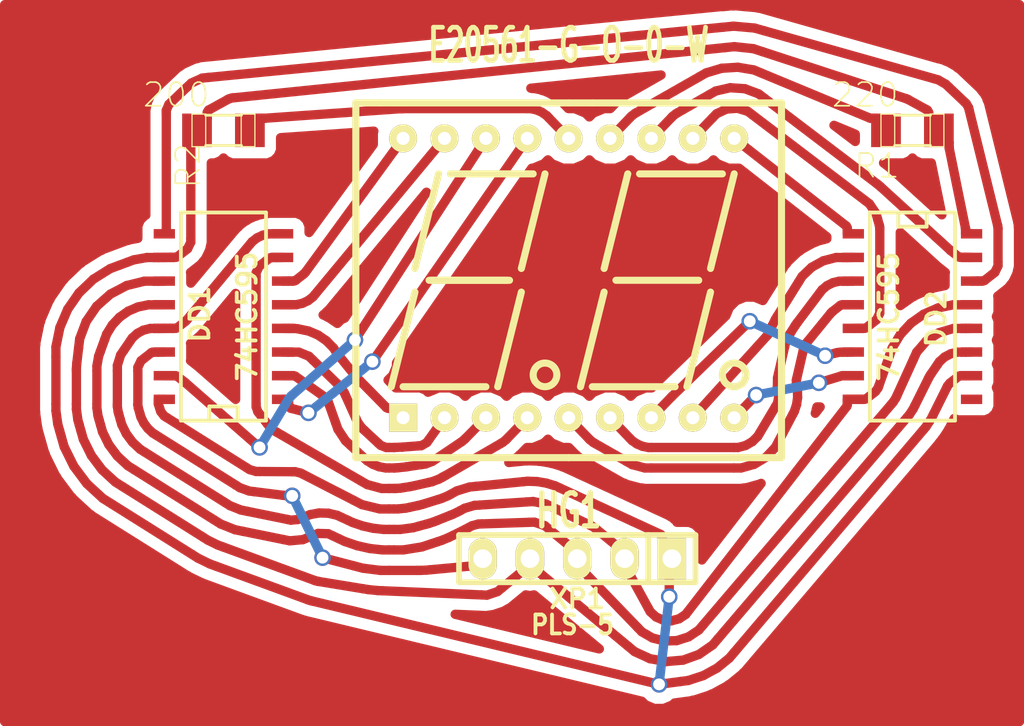
<source format=kicad_pcb>
(kicad_pcb (version 3) (host pcbnew "(2013-03-25 BZR 4005 GOST)-stable")

  (general
    (links 34)
    (no_connects 0)
    (area 90.044884 21.162 136.054403 54.4196)
    (thickness 1.6)
    (drawings 0)
    (tracks 861)
    (zones 0)
    (modules 6)
    (nets 25)
  )

  (page A4 portrait)
  (layers
    (15 F.Cu signal)
    (0 B.Cu signal)
    (16 B.Adhes user)
    (17 F.Adhes user)
    (18 B.Paste user)
    (19 F.Paste user)
    (20 B.SilkS user)
    (21 F.SilkS user)
    (22 B.Mask user)
    (23 F.Mask user)
    (24 Dwgs.User user)
    (25 Cmts.User user)
    (26 Eco1.User user)
    (27 Eco2.User user)
    (28 Edge.Cuts user)
  )

  (setup
    (last_trace_width 0.254)
    (trace_clearance 0.254)
    (zone_clearance 0.599999)
    (zone_45_only no)
    (trace_min 0.254)
    (segment_width 0.2)
    (edge_width 0.15)
    (via_size 0.889)
    (via_drill 0.635)
    (via_min_size 0.889)
    (via_min_drill 0.508)
    (uvia_size 0.508)
    (uvia_drill 0.127)
    (uvias_allowed no)
    (uvia_min_size 0.508)
    (uvia_min_drill 0.127)
    (pcb_text_width 0.3)
    (pcb_text_size 1 1)
    (mod_edge_width 0.15)
    (mod_text_size 1 1)
    (mod_text_width 0.15)
    (pad_size 1.5 1.5)
    (pad_drill 0.7)
    (pad_to_mask_clearance 0)
    (aux_axis_origin 0 0)
    (visible_elements FFFFFBBF)
    (pcbplotparams
      (layerselection 3178497)
      (usegerberextensions true)
      (excludeedgelayer true)
      (linewidth 152400)
      (plotframeref false)
      (viasonmask false)
      (mode 1)
      (useauxorigin false)
      (hpglpennumber 1)
      (hpglpenspeed 20)
      (hpglpendiameter 15)
      (hpglpenoverlay 2)
      (psnegative false)
      (psa4output false)
      (plotreference true)
      (plotvalue true)
      (plotothertext true)
      (plotinvisibletext false)
      (padsonsilk false)
      (subtractmaskfromsilk false)
      (outputformat 1)
      (mirror false)
      (drillshape 1)
      (scaleselection 1)
      (outputdirectory ""))
  )

  (net 0 "")
  (net 1 /L)
  (net 2 /SH)
  (net 3 /ST)
  (net 4 N-000001)
  (net 5 N-0000010)
  (net 6 N-0000011)
  (net 7 N-0000012)
  (net 8 N-0000013)
  (net 9 N-0000014)
  (net 10 N-0000015)
  (net 11 N-0000016)
  (net 12 N-0000017)
  (net 13 N-0000018)
  (net 14 N-000002)
  (net 15 N-0000021)
  (net 16 N-0000022)
  (net 17 N-0000023)
  (net 18 N-000003)
  (net 19 N-000004)
  (net 20 N-000005)
  (net 21 N-000006)
  (net 22 N-000007)
  (net 23 N-000008)
  (net 24 N-000009)

  (net_class Default "Это класс цепей по умолчанию."
    (clearance 0.254)
    (trace_width 0.254)
    (via_dia 0.889)
    (via_drill 0.635)
    (uvia_dia 0.508)
    (uvia_drill 0.127)
    (add_net "")
    (add_net /L)
    (add_net /SH)
    (add_net /ST)
    (add_net N-000001)
    (add_net N-0000010)
    (add_net N-0000011)
    (add_net N-0000012)
    (add_net N-0000013)
    (add_net N-0000014)
    (add_net N-0000015)
    (add_net N-0000016)
    (add_net N-0000017)
    (add_net N-0000018)
    (add_net N-000002)
    (add_net N-0000021)
    (add_net N-0000022)
    (add_net N-0000023)
    (add_net N-000003)
    (add_net N-000004)
    (add_net N-000005)
    (add_net N-000006)
    (add_net N-000007)
    (add_net N-000008)
    (add_net N-000009)
  )

  (module SMD_SO16E_50_200 (layer F.Cu) (tedit 4F2A791E) (tstamp 552843D3)
    (at 119 67 270)
    (descr "Module CMS SOJ 16 pins large")
    (tags "CMS SOJ")
    (path /55282E39)
    (attr smd)
    (fp_text reference DD2 (at 0.127 -1.27 270) (layer F.SilkS)
      (effects (font (size 1.016 1.016) (thickness 0.2032)))
    )
    (fp_text value 74HC595 (at 0 1.27 270) (layer F.SilkS)
      (effects (font (size 1.016 1.016) (thickness 0.2032)))
    )
    (fp_line (start -5.588 -0.762) (end -4.826 -0.762) (layer F.SilkS) (width 0.2032))
    (fp_line (start -4.826 -0.762) (end -4.826 0.762) (layer F.SilkS) (width 0.2032))
    (fp_line (start -4.826 0.762) (end -5.588 0.762) (layer F.SilkS) (width 0.2032))
    (fp_line (start 5.588 -2.286) (end 5.588 2.286) (layer F.SilkS) (width 0.2032))
    (fp_line (start 5.588 2.286) (end -5.588 2.286) (layer F.SilkS) (width 0.2032))
    (fp_line (start -5.588 2.286) (end -5.588 -2.286) (layer F.SilkS) (width 0.2032))
    (fp_line (start -5.588 -2.286) (end 5.588 -2.286) (layer F.SilkS) (width 0.2032))
    (pad 16 smd rect (at -4.445 -3.175 270) (size 0.508 1.143)
      (layers F.Cu F.Paste F.Mask)
      (net 14 N-000002)
    )
    (pad 14 smd rect (at -1.905 -3.175 270) (size 0.508 1.143)
      (layers F.Cu F.Paste F.Mask)
      (net 1 /L)
    )
    (pad 13 smd rect (at -0.635 -3.175 270) (size 0.508 1.143)
      (layers F.Cu F.Paste F.Mask)
      (net 12 N-0000017)
    )
    (pad 12 smd rect (at 0.635 -3.175 270) (size 0.508 1.143)
      (layers F.Cu F.Paste F.Mask)
      (net 3 /ST)
    )
    (pad 11 smd rect (at 1.905 -3.175 270) (size 0.508 1.143)
      (layers F.Cu F.Paste F.Mask)
      (net 2 /SH)
    )
    (pad 10 smd rect (at 3.175 -3.175 270) (size 0.508 1.143)
      (layers F.Cu F.Paste F.Mask)
      (net 14 N-000002)
    )
    (pad 9 smd rect (at 4.445 -3.175 270) (size 0.508 1.143)
      (layers F.Cu F.Paste F.Mask)
    )
    (pad 8 smd rect (at 4.445 3.175 270) (size 0.508 1.143)
      (layers F.Cu F.Paste F.Mask)
      (net 12 N-0000017)
    )
    (pad 7 smd rect (at 3.175 3.175 270) (size 0.508 1.143)
      (layers F.Cu F.Paste F.Mask)
      (net 19 N-000004)
    )
    (pad 6 smd rect (at 1.905 3.175 270) (size 0.508 1.143)
      (layers F.Cu F.Paste F.Mask)
      (net 20 N-000005)
    )
    (pad 5 smd rect (at 0.635 3.175 270) (size 0.508 1.143)
      (layers F.Cu F.Paste F.Mask)
      (net 21 N-000006)
    )
    (pad 4 smd rect (at -0.635 3.175 270) (size 0.508 1.143)
      (layers F.Cu F.Paste F.Mask)
      (net 22 N-000007)
    )
    (pad 3 smd rect (at -1.905 3.175 270) (size 0.508 1.143)
      (layers F.Cu F.Paste F.Mask)
      (net 23 N-000008)
    )
    (pad 2 smd rect (at -3.175 3.175 270) (size 0.508 1.143)
      (layers F.Cu F.Paste F.Mask)
      (net 24 N-000009)
    )
    (pad 1 smd rect (at -4.445 3.175 270) (size 0.508 1.143)
      (layers F.Cu F.Paste F.Mask)
      (net 5 N-0000010)
    )
    (pad 15 smd rect (at -3.175 -3.175 270) (size 0.508 1.143)
      (layers F.Cu F.Paste F.Mask)
      (net 6 N-0000011)
    )
    (model Smd/so16.wrl
      (at (xyz 0 0 0))
      (scale (xyz 0.49 0.42 0.43))
      (rotate (xyz 0 0 0))
    )
  )

  (module SMD_SO16E_50_200 (layer F.Cu) (tedit 55284BA4) (tstamp 552843EE)
    (at 82 67 90)
    (descr "Module CMS SOJ 16 pins large")
    (tags "CMS SOJ")
    (path /55282DC3)
    (attr smd)
    (fp_text reference DD1 (at 0.127 -1.27 90) (layer F.SilkS)
      (effects (font (size 1.016 1.016) (thickness 0.2032)))
    )
    (fp_text value 74HC595 (at 0 1.27 90) (layer F.SilkS)
      (effects (font (size 1.016 1.016) (thickness 0.2032)))
    )
    (fp_line (start -5.588 -0.762) (end -4.826 -0.762) (layer F.SilkS) (width 0.2032))
    (fp_line (start -4.826 -0.762) (end -4.826 0.762) (layer F.SilkS) (width 0.2032))
    (fp_line (start -4.826 0.762) (end -5.588 0.762) (layer F.SilkS) (width 0.2032))
    (fp_line (start 5.588 -2.286) (end 5.588 2.286) (layer F.SilkS) (width 0.2032))
    (fp_line (start 5.588 2.286) (end -5.588 2.286) (layer F.SilkS) (width 0.2032))
    (fp_line (start -5.588 2.286) (end -5.588 -2.286) (layer F.SilkS) (width 0.2032))
    (fp_line (start -5.588 -2.286) (end 5.588 -2.286) (layer F.SilkS) (width 0.2032))
    (pad 16 smd rect (at -4.445 -3.175 90) (size 0.508 1.143)
      (layers F.Cu F.Paste F.Mask)
      (net 14 N-000002)
    )
    (pad 14 smd rect (at -1.905 -3.175 90) (size 0.508 1.143)
      (layers F.Cu F.Paste F.Mask)
      (net 11 N-0000016)
    )
    (pad 13 smd rect (at -0.635 -3.175 90) (size 0.508 1.143)
      (layers F.Cu F.Paste F.Mask)
      (net 12 N-0000017)
    )
    (pad 12 smd rect (at 0.635 -3.175 90) (size 0.508 1.143)
      (layers F.Cu F.Paste F.Mask)
      (net 3 /ST)
    )
    (pad 11 smd rect (at 1.905 -3.175 90) (size 0.508 1.143)
      (layers F.Cu F.Paste F.Mask)
      (net 2 /SH)
    )
    (pad 10 smd rect (at 3.175 -3.175 90) (size 0.508 1.143)
      (layers F.Cu F.Paste F.Mask)
      (net 14 N-000002)
    )
    (pad 9 smd rect (at 4.445 -3.175 90) (size 0.508 1.143)
      (layers F.Cu F.Paste F.Mask)
      (net 1 /L)
    )
    (pad 8 smd rect (at 4.445 3.175 90) (size 0.508 1.143)
      (layers F.Cu F.Paste F.Mask)
      (net 12 N-0000017)
    )
    (pad 7 smd rect (at 3.175 3.175 90) (size 0.508 1.143)
      (layers F.Cu F.Paste F.Mask)
      (net 7 N-0000012)
    )
    (pad 6 smd rect (at 1.905 3.175 90) (size 0.508 1.143)
      (layers F.Cu F.Paste F.Mask)
      (net 8 N-0000013)
    )
    (pad 5 smd rect (at 0.635 3.175 90) (size 0.508 1.143)
      (layers F.Cu F.Paste F.Mask)
      (net 9 N-0000014)
    )
    (pad 4 smd rect (at -0.635 3.175 90) (size 0.508 1.143)
      (layers F.Cu F.Paste F.Mask)
      (net 10 N-0000015)
    )
    (pad 3 smd rect (at -1.905 3.175 90) (size 0.508 1.143)
      (layers F.Cu F.Paste F.Mask)
      (net 13 N-0000018)
    )
    (pad 2 smd rect (at -3.175 3.175 90) (size 0.508 1.143)
      (layers F.Cu F.Paste F.Mask)
      (net 17 N-0000023)
    )
    (pad 1 smd rect (at -4.445 3.175 90) (size 0.508 1.143)
      (layers F.Cu F.Paste F.Mask)
      (net 16 N-0000022)
    )
    (pad 15 smd rect (at -3.175 -3.175 90) (size 0.508 1.143)
      (layers F.Cu F.Paste F.Mask)
      (net 15 N-0000021)
    )
    (model Smd/so16.wrl
      (at (xyz 0 0 0))
      (scale (xyz 0.49 0.42 0.43))
      (rotate (xyz 0 0 0))
    )
  )

  (module SMD_R_1206 (layer F.Cu) (tedit 200000) (tstamp 552843FE)
    (at 119 57 180)
    (path /55283383)
    (attr smd)
    (fp_text reference R1 (at 1.905 -1.905 180) (layer F.SilkS)
      (effects (font (size 1.27 1.27) (thickness 0.0889)))
    )
    (fp_text value 220 (at 2.54 1.905 180) (layer F.SilkS)
      (effects (font (size 1.27 1.27) (thickness 0.0889)))
    )
    (fp_line (start -1.6891 0.8763) (end -0.9525 0.8763) (layer F.SilkS) (width 0.06604))
    (fp_line (start -0.9525 0.8763) (end -0.9525 -0.8763) (layer F.SilkS) (width 0.06604))
    (fp_line (start -1.6891 -0.8763) (end -0.9525 -0.8763) (layer F.SilkS) (width 0.06604))
    (fp_line (start -1.6891 0.8763) (end -1.6891 -0.8763) (layer F.SilkS) (width 0.06604))
    (fp_line (start 0.9525 0.8763) (end 1.6891 0.8763) (layer F.SilkS) (width 0.06604))
    (fp_line (start 1.6891 0.8763) (end 1.6891 -0.8763) (layer F.SilkS) (width 0.06604))
    (fp_line (start 0.9525 -0.8763) (end 1.6891 -0.8763) (layer F.SilkS) (width 0.06604))
    (fp_line (start 0.9525 0.8763) (end 0.9525 -0.8763) (layer F.SilkS) (width 0.06604))
    (fp_line (start 0.9525 0.8128) (end -0.9652 0.8128) (layer F.SilkS) (width 0.1524))
    (fp_line (start 0.9525 -0.8128) (end -0.9652 -0.8128) (layer F.SilkS) (width 0.1524))
    (pad 1 smd rect (at -1.41986 0 180) (size 1.59766 1.80086)
      (layers F.Cu F.Paste F.Mask)
      (net 14 N-000002)
    )
    (pad 2 smd rect (at 1.41986 0 180) (size 1.59766 1.80086)
      (layers F.Cu F.Paste F.Mask)
      (net 4 N-000001)
    )
    (model Smd/r_1206.wrl
      (at (xyz 0 0 0))
      (scale (xyz 1 1 1))
      (rotate (xyz 0 0 0))
    )
  )

  (module SMD_R_1206 (layer F.Cu) (tedit 55284908) (tstamp 5528440E)
    (at 82 57 180)
    (path /552833B9)
    (attr smd)
    (fp_text reference R2 (at 1.905 -1.905 270) (layer F.SilkS)
      (effects (font (size 1.27 1.27) (thickness 0.0889)))
    )
    (fp_text value 200 (at 2.54 1.905 180) (layer F.SilkS)
      (effects (font (size 1.27 1.27) (thickness 0.0889)))
    )
    (fp_line (start -1.6891 0.8763) (end -0.9525 0.8763) (layer F.SilkS) (width 0.06604))
    (fp_line (start -0.9525 0.8763) (end -0.9525 -0.8763) (layer F.SilkS) (width 0.06604))
    (fp_line (start -1.6891 -0.8763) (end -0.9525 -0.8763) (layer F.SilkS) (width 0.06604))
    (fp_line (start -1.6891 0.8763) (end -1.6891 -0.8763) (layer F.SilkS) (width 0.06604))
    (fp_line (start 0.9525 0.8763) (end 1.6891 0.8763) (layer F.SilkS) (width 0.06604))
    (fp_line (start 1.6891 0.8763) (end 1.6891 -0.8763) (layer F.SilkS) (width 0.06604))
    (fp_line (start 0.9525 -0.8763) (end 1.6891 -0.8763) (layer F.SilkS) (width 0.06604))
    (fp_line (start 0.9525 0.8763) (end 0.9525 -0.8763) (layer F.SilkS) (width 0.06604))
    (fp_line (start 0.9525 0.8128) (end -0.9652 0.8128) (layer F.SilkS) (width 0.1524))
    (fp_line (start 0.9525 -0.8128) (end -0.9652 -0.8128) (layer F.SilkS) (width 0.1524))
    (pad 1 smd rect (at -1.41986 0 180) (size 1.59766 1.80086)
      (layers F.Cu F.Paste F.Mask)
      (net 18 N-000003)
    )
    (pad 2 smd rect (at 1.41986 0 180) (size 1.59766 1.80086)
      (layers F.Cu F.Paste F.Mask)
      (net 14 N-000002)
    )
    (model Smd/r_1206.wrl
      (at (xyz 0 0 0))
      (scale (xyz 1 1 1))
      (rotate (xyz 0 0 0))
    )
  )

  (module DISCRET_7SEGx2-E20561 (layer F.Cu) (tedit 5528492A) (tstamp 5528443F)
    (at 91.648 57.432)
    (descr "Afficheur 7 segments 10mm DIGIT")
    (tags AFFICHEUR)
    (path /55282D91)
    (fp_text reference HG1 (at 8.888888 20) (layer F.SilkS)
      (effects (font (size 1.778 1.143) (thickness 0.28575)))
    )
    (fp_text value E20561-G-O-0-W (at 8.888888 -5) (layer F.SilkS)
      (effects (font (size 1.778 1.016) (thickness 0.254)))
    )
    (fp_line (start 2.54 1.905) (end 6.985 1.905) (layer F.SilkS) (width 0.381))
    (fp_line (start 6.35 6.985) (end 7.62 1.905) (layer F.SilkS) (width 0.381))
    (fp_line (start 0.635 6.985) (end 1.905 1.905) (layer F.SilkS) (width 0.381))
    (fp_line (start 0 13.335) (end 4.445 13.335) (layer F.SilkS) (width 0.381))
    (fp_line (start 0.635 8.255) (end -0.635 13.335) (layer F.SilkS) (width 0.381))
    (fp_line (start 6.35 8.255) (end 5.08 13.335) (layer F.SilkS) (width 0.381))
    (fp_circle (center 17.78 12.7) (end 18.415 12.7) (layer F.SilkS) (width 0.381))
    (fp_line (start 12.7 1.905) (end 17.145 1.905) (layer F.SilkS) (width 0.381))
    (fp_line (start 10.16 13.335) (end 14.605 13.335) (layer F.SilkS) (width 0.381))
    (fp_line (start 16.51 8.255) (end 15.24 13.335) (layer F.SilkS) (width 0.381))
    (fp_line (start 9.525 13.335) (end 10.795 8.255) (layer F.SilkS) (width 0.381))
    (fp_line (start 16.51 6.985) (end 17.78 1.905) (layer F.SilkS) (width 0.381))
    (fp_line (start 10.795 6.985) (end 12.065 1.905) (layer F.SilkS) (width 0.381))
    (fp_line (start 11.43 7.62) (end 15.875 7.62) (layer F.SilkS) (width 0.381))
    (fp_line (start 10.16 -1.905) (end 20.32 -1.905) (layer F.SilkS) (width 0.381))
    (fp_line (start 20.32 -1.905) (end 20.32 17.145) (layer F.SilkS) (width 0.381))
    (fp_line (start 20.32 17.145) (end 10.16 17.145) (layer F.SilkS) (width 0.381))
    (fp_line (start 1.524 7.62) (end 5.588 7.62) (layer F.SilkS) (width 0.381))
    (fp_circle (center 7.62 12.7) (end 8.255 12.7) (layer F.SilkS) (width 0.381))
    (fp_line (start -1.27 -1.905) (end -2.54 -1.905) (layer F.SilkS) (width 0.381))
    (fp_line (start -2.54 -1.905) (end -2.54 17.145) (layer F.SilkS) (width 0.381))
    (fp_line (start -2.54 17.145) (end -1.27 17.145) (layer F.SilkS) (width 0.381))
    (fp_line (start 8.89 17.145) (end 10.16 17.145) (layer F.SilkS) (width 0.381))
    (fp_line (start 10.16 -1.905) (end 8.89 -1.905) (layer F.SilkS) (width 0.381))
    (fp_line (start -1.27 17.145) (end 8.89 17.145) (layer F.SilkS) (width 0.381))
    (fp_line (start 8.89 -1.905) (end -1.27 -1.905) (layer F.SilkS) (width 0.381))
    (fp_line (start 1.397 7.62) (end 5.715 7.62) (layer F.SilkS) (width 0.381))
    (pad 1 thru_hole rect (at 0 15) (size 1.5 1.5) (drill 0.7)
      (layers *.Cu *.Mask F.SilkS)
      (net 10 N-0000015)
    )
    (pad 2 thru_hole circle (at 2.222222 15) (size 1.5 1.5) (drill 0.7)
      (layers *.Cu *.Mask F.SilkS)
      (net 13 N-0000018)
    )
    (pad 3 thru_hole circle (at 4.444444 15) (size 1.5 1.5) (drill 0.7)
      (layers *.Cu *.Mask F.SilkS)
      (net 17 N-0000023)
    )
    (pad 4 thru_hole circle (at 6.666666 15) (size 1.5 1.5) (drill 0.7)
      (layers *.Cu *.Mask F.SilkS)
      (net 7 N-0000012)
    )
    (pad 14 thru_hole circle (at 11.11111 0) (size 1.5 1.5) (drill 0.7)
      (layers *.Cu *.Mask F.SilkS)
      (net 4 N-000001)
    )
    (pad 13 thru_hole circle (at 8.888888 0) (size 1.5 1.5) (drill 0.7)
      (layers *.Cu *.Mask F.SilkS)
      (net 18 N-000003)
    )
    (pad 15 thru_hole circle (at 6.666666 0) (size 1.5 1.5) (drill 0.7)
      (layers *.Cu *.Mask F.SilkS)
      (net 16 N-0000022)
    )
    (pad 16 thru_hole circle (at 4.444444 0) (size 1.5 1.5) (drill 0.7)
      (layers *.Cu *.Mask F.SilkS)
      (net 15 N-0000021)
    )
    (pad 5 thru_hole circle (at 8.888888 15) (size 1.5 1.5) (drill 0.7)
      (layers *.Cu *.Mask F.SilkS)
      (net 22 N-000007)
    )
    (pad 6 thru_hole circle (at 11.11111 15) (size 1.5 1.5) (drill 0.7)
      (layers *.Cu *.Mask F.SilkS)
      (net 23 N-000008)
    )
    (pad 7 thru_hole circle (at 13.333332 15) (size 1.5 1.5) (drill 0.7)
      (layers *.Cu *.Mask F.SilkS)
      (net 20 N-000005)
    )
    (pad 8 thru_hole circle (at 15.555554 15) (size 1.5 1.5) (drill 0.7)
      (layers *.Cu *.Mask F.SilkS)
      (net 24 N-000009)
    )
    (pad 11 thru_hole circle (at 13.333332 0) (size 1.5 1.5) (drill 0.7)
      (layers *.Cu *.Mask F.SilkS)
      (net 6 N-0000011)
    )
    (pad 12 thru_hole circle (at 15.555554 0) (size 1.5 1.5) (drill 0.7)
      (layers *.Cu *.Mask F.SilkS)
      (net 21 N-000006)
    )
    (pad 10 thru_hole circle (at 17.777776 0) (size 1.5 1.5) (drill 0.7)
      (layers *.Cu *.Mask F.SilkS)
      (net 5 N-0000010)
    )
    (pad 9 thru_hole circle (at 17.777776 15) (size 1.5 1.5) (drill 0.7)
      (layers *.Cu *.Mask F.SilkS)
      (net 19 N-000004)
    )
    (pad 18 thru_hole circle (at 2.222222 0) (size 1.5 1.5) (drill 0.7)
      (layers *.Cu *.Mask F.SilkS)
      (net 9 N-0000014)
    )
    (pad 17 thru_hole circle (at 0 0) (size 1.5 1.5) (drill 0.7)
      (layers *.Cu *.Mask F.SilkS)
      (net 8 N-0000013)
    )
  )

  (module CONN_PLS-5 (layer F.Cu) (tedit 4B90DFE0) (tstamp 5528444D)
    (at 101 80 180)
    (descr "Pin strip 5pin")
    (tags "CONN DEV")
    (path /5528430B)
    (fp_text reference XP1 (at 0 -2.159 180) (layer F.SilkS)
      (effects (font (size 1.016 1.016) (thickness 0.2032)))
    )
    (fp_text value PLS-5 (at 0.254 -3.556 180) (layer F.SilkS)
      (effects (font (size 1.016 0.889) (thickness 0.2032)))
    )
    (fp_line (start -3.81 -1.27) (end -3.81 1.27) (layer F.SilkS) (width 0.3048))
    (fp_line (start 6.35 1.27) (end -6.35 1.27) (layer F.SilkS) (width 0.3048))
    (fp_line (start -6.35 -1.27) (end 6.35 -1.27) (layer F.SilkS) (width 0.3048))
    (fp_line (start -6.35 1.27) (end -6.35 -1.27) (layer F.SilkS) (width 0.3048))
    (fp_line (start 6.35 -1.27) (end 6.35 1.27) (layer F.SilkS) (width 0.3048))
    (pad 1 thru_hole rect (at -5.08 0 180) (size 1.524 2.19964) (drill 1.00076)
      (layers *.Cu *.Mask F.SilkS)
      (net 14 N-000002)
    )
    (pad 2 thru_hole oval (at -2.54 0 180) (size 1.524 2.19964) (drill 1.00076)
      (layers *.Cu *.Mask F.SilkS)
      (net 12 N-0000017)
    )
    (pad 3 thru_hole oval (at 0 0 180) (size 1.524 2.19964) (drill 1.00076)
      (layers *.Cu *.Mask F.SilkS)
      (net 3 /ST)
    )
    (pad 4 thru_hole oval (at 2.54 0 180) (size 1.524 2.19964) (drill 1.00076)
      (layers *.Cu *.Mask F.SilkS)
      (net 2 /SH)
    )
    (pad 5 thru_hole oval (at 5.08 0 180) (size 1.524 2.19964) (drill 1.00076)
      (layers *.Cu *.Mask F.SilkS)
      (net 11 N-0000016)
    )
    (model Pin_array/pin_strip_5.wrl
      (at (xyz 0 0 0))
      (scale (xyz 1 1 1))
      (rotate (xyz 0 0 0))
    )
  )

  (segment (start 122.4965 65.091) (end 122.175 65.095) (width 0.5) (layer F.Cu) (net 1))
  (segment (start 122.7465 65.091) (end 122.4965 65.091) (width 0.5) (layer F.Cu) (net 1))
  (segment (start 122.8675 65.0638) (end 122.9006 65.0379) (width 0.5) (layer F.Cu) (net 1))
  (segment (start 122.7883 65.091) (end 122.8675 65.0638) (width 0.5) (layer F.Cu) (net 1))
  (segment (start 122.7465 65.091) (end 122.7883 65.091) (width 0.5) (layer F.Cu) (net 1))
  (segment (start 123.2705 64.7483) (end 122.9006 65.0379) (width 0.5) (layer F.Cu) (net 1))
  (segment (start 123.5967 64.2744) (end 123.5965 64.079) (width 0.5) (layer F.Cu) (net 1))
  (segment (start 123.425 64.6273) (end 123.5967 64.2744) (width 0.5) (layer F.Cu) (net 1))
  (segment (start 123.2705 64.7483) (end 123.425 64.6273) (width 0.5) (layer F.Cu) (net 1))
  (segment (start 123.5965 62.301) (end 123.5965 64.079) (width 0.5) (layer F.Cu) (net 1))
  (segment (start 123.5841 62.1473) (end 123.5718 62.0977) (width 0.5) (layer F.Cu) (net 1))
  (segment (start 123.5965 62.249) (end 123.5841 62.1473) (width 0.5) (layer F.Cu) (net 1))
  (segment (start 123.5965 62.301) (end 123.5965 62.249) (width 0.5) (layer F.Cu) (net 1))
  (segment (start 122.044 55.8963) (end 123.5718 62.0977) (width 0.5) (layer F.Cu) (net 1))
  (segment (start 121.8922 55.567) (end 121.804 55.4832) (width 0.5) (layer F.Cu) (net 1))
  (segment (start 122.0146 55.7774) (end 121.8922 55.567) (width 0.5) (layer F.Cu) (net 1))
  (segment (start 122.044 55.8963) (end 122.0146 55.7774) (width 0.5) (layer F.Cu) (net 1))
  (segment (start 120.9637 54.6854) (end 121.804 55.4832) (width 0.5) (layer F.Cu) (net 1))
  (segment (start 120.3796 54.2875) (end 120.1505 54.2228) (width 0.5) (layer F.Cu) (net 1))
  (segment (start 120.7927 54.5228) (end 120.3796 54.2875) (width 0.5) (layer F.Cu) (net 1))
  (segment (start 120.9637 54.6854) (end 120.7927 54.5228) (width 0.5) (layer F.Cu) (net 1))
  (segment (start 111.0546 51.6573) (end 120.1505 54.2228) (width 0.5) (layer F.Cu) (net 1))
  (segment (start 109.3997 51.406) (end 108.8431 51.4604) (width 0.5) (layer F.Cu) (net 1))
  (segment (start 110.519 51.5059) (end 109.3997 51.406) (width 0.5) (layer F.Cu) (net 1))
  (segment (start 111.0546 51.6573) (end 110.519 51.5059) (width 0.5) (layer F.Cu) (net 1))
  (segment (start 81.1895 54.1588) (end 108.8431 51.4604) (width 0.5) (layer F.Cu) (net 1))
  (segment (start 80.2712 54.462) (end 80.0363 54.6854) (width 0.5) (layer F.Cu) (net 1))
  (segment (start 80.8647 54.1906) (end 80.2712 54.462) (width 0.5) (layer F.Cu) (net 1))
  (segment (start 81.1895 54.1588) (end 80.8647 54.1906) (width 0.5) (layer F.Cu) (net 1))
  (segment (start 79.196 55.4832) (end 80.0363 54.6854) (width 0.5) (layer F.Cu) (net 1))
  (segment (start 78.9312 55.9254) (end 78.9313 56.0996) (width 0.5) (layer F.Cu) (net 1))
  (segment (start 79.0694 55.6033) (end 78.9312 55.9254) (width 0.5) (layer F.Cu) (net 1))
  (segment (start 79.196 55.4832) (end 79.0694 55.6033) (width 0.5) (layer F.Cu) (net 1))
  (segment (start 78.9313 62.301) (end 78.9313 56.0996) (width 0.5) (layer F.Cu) (net 1))
  (segment (start 78.9313 62.551) (end 78.9313 62.301) (width 0.5) (layer F.Cu) (net 1))
  (segment (start 78.825 62.555) (end 78.9313 62.551) (width 0.5) (layer F.Cu) (net 1))
  (segment (start 78.5035 65.099) (end 78.825 65.095) (width 0.5) (layer F.Cu) (net 2))
  (segment (start 78.2535 65.099) (end 78.5035 65.099) (width 0.5) (layer F.Cu) (net 2))
  (segment (start 74.2799 68.1904) (end 74.2219 68.6795) (width 0.5) (layer F.Cu) (net 2))
  (segment (start 74.629 67.2642) (end 74.2799 68.1904) (width 0.5) (layer F.Cu) (net 2))
  (segment (start 75.1903 66.4489) (end 74.629 67.2642) (width 0.5) (layer F.Cu) (net 2))
  (segment (start 75.9252 65.7965) (end 75.1903 66.4489) (width 0.5) (layer F.Cu) (net 2))
  (segment (start 76.8011 65.3356) (end 75.9252 65.7965) (width 0.5) (layer F.Cu) (net 2))
  (segment (start 77.7621 65.0987) (end 76.8011 65.3356) (width 0.5) (layer F.Cu) (net 2))
  (segment (start 78.2535 65.099) (end 77.7621 65.0987) (width 0.5) (layer F.Cu) (net 2))
  (segment (start 74.1325 69.4308) (end 74.2219 68.6795) (width 0.5) (layer F.Cu) (net 2))
  (segment (start 74.1034 69.799) (end 74.1035 69.921) (width 0.5) (layer F.Cu) (net 2))
  (segment (start 74.118 69.5531) (end 74.1034 69.799) (width 0.5) (layer F.Cu) (net 2))
  (segment (start 74.1325 69.4308) (end 74.118 69.5531) (width 0.5) (layer F.Cu) (net 2))
  (segment (start 74.1035 71.699) (end 74.1035 69.921) (width 0.5) (layer F.Cu) (net 2))
  (segment (start 74.1816 72.5497) (end 74.2596 72.8266) (width 0.5) (layer F.Cu) (net 2))
  (segment (start 74.1033 71.9819) (end 74.1816 72.5497) (width 0.5) (layer F.Cu) (net 2))
  (segment (start 74.1035 71.699) (end 74.1033 71.9819) (width 0.5) (layer F.Cu) (net 2))
  (segment (start 74.344 73.1255) (end 74.2596 72.8266) (width 0.5) (layer F.Cu) (net 2))
  (segment (start 76.1918 75.8855) (end 76.6049 76.1453) (width 0.5) (layer F.Cu) (net 2))
  (segment (start 75.4825 75.2314) (end 76.1918 75.8855) (width 0.5) (layer F.Cu) (net 2))
  (segment (start 74.9044 74.4589) (end 75.4825 75.2314) (width 0.5) (layer F.Cu) (net 2))
  (segment (start 74.4766 73.5941) (end 74.9044 74.4589) (width 0.5) (layer F.Cu) (net 2))
  (segment (start 74.344 73.1255) (end 74.4766 73.5941) (width 0.5) (layer F.Cu) (net 2))
  (segment (start 80.9109 78.8488) (end 76.6049 76.1453) (width 0.5) (layer F.Cu) (net 2))
  (segment (start 81.6995 79.2703) (end 81.9829 79.3741) (width 0.5) (layer F.Cu) (net 2))
  (segment (start 81.1636 79.0075) (end 81.6995 79.2703) (width 0.5) (layer F.Cu) (net 2))
  (segment (start 80.9109 78.8488) (end 81.1636 79.0075) (width 0.5) (layer F.Cu) (net 2))
  (segment (start 86.8758 81.1636) (end 81.9829 79.3741) (width 0.5) (layer F.Cu) (net 2))
  (segment (start 87.0512 81.2155) (end 87.111 81.2254) (width 0.5) (layer F.Cu) (net 2))
  (segment (start 86.9331 81.1846) (end 87.0512 81.2155) (width 0.5) (layer F.Cu) (net 2))
  (segment (start 86.8758 81.1636) (end 86.9331 81.1846) (width 0.5) (layer F.Cu) (net 2))
  (segment (start 89.515 81.6194) (end 87.111 81.2254) (width 0.5) (layer F.Cu) (net 2))
  (segment (start 90.2851 81.7139) (end 90.538 81.7244) (width 0.5) (layer F.Cu) (net 2))
  (segment (start 89.7654 81.6606) (end 90.2851 81.7139) (width 0.5) (layer F.Cu) (net 2))
  (segment (start 89.515 81.6194) (end 89.7654 81.6606) (width 0.5) (layer F.Cu) (net 2))
  (segment (start 95.8521 81.9484) (end 90.538 81.7244) (width 0.5) (layer F.Cu) (net 2))
  (segment (start 96.7144 81.7717) (end 96.943 81.5836) (width 0.5) (layer F.Cu) (net 2))
  (segment (start 96.1506 81.9607) (end 96.7144 81.7717) (width 0.5) (layer F.Cu) (net 2))
  (segment (start 95.8521 81.9484) (end 96.1506 81.9607) (width 0.5) (layer F.Cu) (net 2))
  (segment (start 98.46 80.3378) (end 96.943 81.5836) (width 0.5) (layer F.Cu) (net 2))
  (segment (start 98.46 80) (end 98.46 80.3378) (width 0.5) (layer F.Cu) (net 2))
  (segment (start 98.46 80.3378) (end 98.46 80) (width 0.5) (layer F.Cu) (net 2))
  (segment (start 103.7346 84.7066) (end 98.46 80.3378) (width 0.5) (layer F.Cu) (net 2))
  (segment (start 108.2754 84.6323) (end 108.5682 84.2895) (width 0.5) (layer F.Cu) (net 2))
  (segment (start 107.5314 85.1459) (end 108.2754 84.6323) (width 0.5) (layer F.Cu) (net 2))
  (segment (start 106.6863 85.4496) (end 107.5314 85.1459) (width 0.5) (layer F.Cu) (net 2))
  (segment (start 105.7856 85.5271) (end 106.6863 85.4496) (width 0.5) (layer F.Cu) (net 2))
  (segment (start 104.901 85.3721) (end 105.7856 85.5271) (width 0.5) (layer F.Cu) (net 2))
  (segment (start 104.0803 84.9932) (end 104.901 85.3721) (width 0.5) (layer F.Cu) (net 2))
  (segment (start 103.7346 84.7066) (end 104.0803 84.9932) (width 0.5) (layer F.Cu) (net 2))
  (segment (start 118.7156 72.41) (end 108.5682 84.2895) (width 0.5) (layer F.Cu) (net 2))
  (segment (start 119.0427 71.9571) (end 119.1261 71.7898) (width 0.5) (layer F.Cu) (net 2))
  (segment (start 118.8368 72.2682) (end 119.0427 71.9571) (width 0.5) (layer F.Cu) (net 2))
  (segment (start 118.7156 72.41) (end 118.8368 72.2682) (width 0.5) (layer F.Cu) (net 2))
  (segment (start 119.8583 70.321) (end 119.1261 71.7898) (width 0.5) (layer F.Cu) (net 2))
  (segment (start 119.888 70.2614) (end 119.8583 70.321) (width 0.5) (layer F.Cu) (net 2))
  (segment (start 119.9552 70.1468) (end 119.888 70.2614) (width 0.5) (layer F.Cu) (net 2))
  (segment (start 119.9936 70.0906) (end 119.9552 70.1468) (width 0.5) (layer F.Cu) (net 2))
  (segment (start 120.3486 69.5713) (end 119.9936 70.0906) (width 0.5) (layer F.Cu) (net 2))
  (segment (start 120.4531 69.4184) (end 120.3486 69.5713) (width 0.5) (layer F.Cu) (net 2))
  (segment (start 120.7296 69.1716) (end 120.4531 69.4184) (width 0.5) (layer F.Cu) (net 2))
  (segment (start 121.0572 68.9985) (end 120.7296 69.1716) (width 0.5) (layer F.Cu) (net 2))
  (segment (start 121.4169 68.9091) (end 121.0572 68.9985) (width 0.5) (layer F.Cu) (net 2))
  (segment (start 121.6035 68.909) (end 121.4169 68.9091) (width 0.5) (layer F.Cu) (net 2))
  (segment (start 121.8535 68.909) (end 121.6035 68.909) (width 0.5) (layer F.Cu) (net 2))
  (segment (start 122.175 68.905) (end 121.8535 68.909) (width 0.5) (layer F.Cu) (net 2))
  (segment (start 121.8535 67.639) (end 122.175 67.635) (width 0.5) (layer F.Cu) (net 3))
  (segment (start 121.6035 67.639) (end 121.8535 67.639) (width 0.5) (layer F.Cu) (net 3))
  (segment (start 119.2288 68.9103) (end 119.0637 69.2742) (width 0.5) (layer F.Cu) (net 3))
  (segment (start 119.7542 68.3016) (end 119.2288 68.9103) (width 0.5) (layer F.Cu) (net 3))
  (segment (start 120.4301 67.8661) (end 119.7542 68.3016) (width 0.5) (layer F.Cu) (net 3))
  (segment (start 121.2015 67.639) (end 120.4301 67.8661) (width 0.5) (layer F.Cu) (net 3))
  (segment (start 121.6035 67.639) (end 121.2015 67.639) (width 0.5) (layer F.Cu) (net 3))
  (segment (start 118.1716 71.2361) (end 119.0637 69.2742) (width 0.5) (layer F.Cu) (net 3))
  (segment (start 118.115 71.3604) (end 118.1716 71.2361) (width 0.5) (layer F.Cu) (net 3))
  (segment (start 117.9687 71.5906) (end 118.115 71.3604) (width 0.5) (layer F.Cu) (net 3))
  (segment (start 117.8802 71.6943) (end 117.9687 71.5906) (width 0.5) (layer F.Cu) (net 3))
  (segment (start 107.7426 83.5818) (end 117.8802 71.6943) (width 0.5) (layer F.Cu) (net 3))
  (segment (start 107.5276 83.834) (end 107.7426 83.5818) (width 0.5) (layer F.Cu) (net 3))
  (segment (start 106.9765 84.2005) (end 107.5276 83.834) (width 0.5) (layer F.Cu) (net 3))
  (segment (start 106.342 84.4028) (end 106.9765 84.2005) (width 0.5) (layer F.Cu) (net 3))
  (segment (start 105.6805 84.4228) (end 106.342 84.4028) (width 0.5) (layer F.Cu) (net 3))
  (segment (start 105.0388 84.2608) (end 105.6805 84.4228) (width 0.5) (layer F.Cu) (net 3))
  (segment (start 104.4661 83.9292) (end 105.0388 84.2608) (width 0.5) (layer F.Cu) (net 3))
  (segment (start 104.2347 83.6897) (end 104.4661 83.9292) (width 0.5) (layer F.Cu) (net 3))
  (segment (start 101 80.3378) (end 104.2347 83.6897) (width 0.5) (layer F.Cu) (net 3))
  (segment (start 101 80) (end 101 80.3378) (width 0.5) (layer F.Cu) (net 3))
  (segment (start 78.5035 66.369) (end 78.825 66.365) (width 0.5) (layer F.Cu) (net 3))
  (segment (start 78.2535 66.369) (end 78.5035 66.369) (width 0.5) (layer F.Cu) (net 3))
  (segment (start 75.7285 67.9384) (end 75.6309 68.207) (width 0.5) (layer F.Cu) (net 3))
  (segment (start 76.0285 67.4517) (end 75.7285 67.9384) (width 0.5) (layer F.Cu) (net 3))
  (segment (start 76.4173 67.0392) (end 76.0285 67.4517) (width 0.5) (layer F.Cu) (net 3))
  (segment (start 76.8853 66.7109) (end 76.4173 67.0392) (width 0.5) (layer F.Cu) (net 3))
  (segment (start 77.4102 66.4843) (end 76.8853 66.7109) (width 0.5) (layer F.Cu) (net 3))
  (segment (start 77.9701 66.3688) (end 77.4102 66.4843) (width 0.5) (layer F.Cu) (net 3))
  (segment (start 78.2535 66.369) (end 77.9701 66.3688) (width 0.5) (layer F.Cu) (net 3))
  (segment (start 75.3865 68.8803) (end 75.6309 68.207) (width 0.5) (layer F.Cu) (net 3))
  (segment (start 75.2033 69.6568) (end 75.2035 69.921) (width 0.5) (layer F.Cu) (net 3))
  (segment (start 75.2955 69.1311) (end 75.2033 69.6568) (width 0.5) (layer F.Cu) (net 3))
  (segment (start 75.3865 68.8803) (end 75.2955 69.1311) (width 0.5) (layer F.Cu) (net 3))
  (segment (start 75.2035 71.699) (end 75.2035 69.921) (width 0.5) (layer F.Cu) (net 3))
  (segment (start 75.2609 72.3242) (end 75.3182 72.5277) (width 0.5) (layer F.Cu) (net 3))
  (segment (start 75.2033 71.9069) (end 75.2609 72.3242) (width 0.5) (layer F.Cu) (net 3))
  (segment (start 75.2035 71.699) (end 75.2033 71.9069) (width 0.5) (layer F.Cu) (net 3))
  (segment (start 75.4026 72.8266) (end 75.3182 72.5277) (width 0.5) (layer F.Cu) (net 3))
  (segment (start 76.8632 75.0083) (end 77.1898 75.2137) (width 0.5) (layer F.Cu) (net 3))
  (segment (start 76.3026 74.4912) (end 76.8632 75.0083) (width 0.5) (layer F.Cu) (net 3))
  (segment (start 75.8455 73.8807) (end 76.3026 74.4912) (width 0.5) (layer F.Cu) (net 3))
  (segment (start 75.5074 73.197) (end 75.8455 73.8807) (width 0.5) (layer F.Cu) (net 3))
  (segment (start 75.4026 72.8266) (end 75.5074 73.197) (width 0.5) (layer F.Cu) (net 3))
  (segment (start 81.4958 77.9172) (end 77.1898 75.2137) (width 0.5) (layer F.Cu) (net 3))
  (segment (start 82.6192 78.4465) (end 83.0244 78.5287) (width 0.5) (layer F.Cu) (net 3))
  (segment (start 81.85 78.1393) (end 82.6192 78.4465) (width 0.5) (layer F.Cu) (net 3))
  (segment (start 81.4958 77.9172) (end 81.85 78.1393) (width 0.5) (layer F.Cu) (net 3))
  (segment (start 85.2159 78.9738) (end 83.0244 78.5287) (width 0.5) (layer F.Cu) (net 3))
  (segment (start 86.2665 78.9785) (end 86.5918 78.8464) (width 0.5) (layer F.Cu) (net 3))
  (segment (start 85.5624 79.0441) (end 86.2665 78.9785) (width 0.5) (layer F.Cu) (net 3))
  (segment (start 85.2159 78.9738) (end 85.5624 79.0441) (width 0.5) (layer F.Cu) (net 3))
  (segment (start 86.8342 78.7482) (end 86.5918 78.8464) (width 0.5) (layer F.Cu) (net 3))
  (segment (start 87.0836 78.6469) (end 86.8342 78.7482) (width 0.5) (layer F.Cu) (net 3))
  (segment (start 87.6243 78.6609) (end 87.0836 78.6469) (width 0.5) (layer F.Cu) (net 3))
  (segment (start 87.8692 78.7755) (end 87.6243 78.6609) (width 0.5) (layer F.Cu) (net 3))
  (segment (start 88.2059 78.9331) (end 87.8692 78.7755) (width 0.5) (layer F.Cu) (net 3))
  (segment (start 90.5447 79.5317) (end 90.898 79.532) (width 0.5) (layer F.Cu) (net 3))
  (segment (start 89.861 79.4564) (end 90.5447 79.5317) (width 0.5) (layer F.Cu) (net 3))
  (segment (start 89.1788 79.3047) (end 89.861 79.4564) (width 0.5) (layer F.Cu) (net 3))
  (segment (start 88.5173 79.0791) (end 89.1788 79.3047) (width 0.5) (layer F.Cu) (net 3))
  (segment (start 88.2059 78.9331) (end 88.5173 79.0791) (width 0.5) (layer F.Cu) (net 3))
  (segment (start 91.148 79.532) (end 90.898 79.532) (width 0.5) (layer F.Cu) (net 3))
  (segment (start 92.6567 79.3711) (end 93.1419 79.2108) (width 0.5) (layer F.Cu) (net 3))
  (segment (start 91.6589 79.5318) (end 92.6567 79.3711) (width 0.5) (layer F.Cu) (net 3))
  (segment (start 91.148 79.532) (end 91.6589 79.5318) (width 0.5) (layer F.Cu) (net 3))
  (segment (start 93.5102 79.089) (end 93.1419 79.2108) (width 0.5) (layer F.Cu) (net 3))
  (segment (start 94.1285 78.8515) (end 94.3251 78.7538) (width 0.5) (layer F.Cu) (net 3))
  (segment (start 93.7165 79.0209) (end 94.1285 78.8515) (width 0.5) (layer F.Cu) (net 3))
  (segment (start 93.5102 79.089) (end 93.7165 79.0209) (width 0.5) (layer F.Cu) (net 3))
  (segment (start 94.9999 78.4185) (end 94.3251 78.7538) (width 0.5) (layer F.Cu) (net 3))
  (segment (start 94.9999 78.4185) (end 95.1903 78.3196) (width 0.5) (layer F.Cu) (net 3))
  (segment (start 95.1902 78.3195) (end 95.1903 78.3196) (width 0.5) (layer F.Cu) (net 3))
  (segment (start 95.3464 78.2345) (end 95.1902 78.3195) (width 0.5) (layer F.Cu) (net 3))
  (segment (start 95.6902 78.1408) (end 95.3464 78.2345) (width 0.5) (layer F.Cu) (net 3))
  (segment (start 95.8696 78.1348) (end 95.6902 78.1408) (width 0.5) (layer F.Cu) (net 3))
  (segment (start 98.4068 78.0511) (end 95.8696 78.1348) (width 0.5) (layer F.Cu) (net 3))
  (segment (start 98.6991 78.0412) (end 98.4068 78.0511) (width 0.5) (layer F.Cu) (net 3))
  (segment (start 99.2567 78.2304) (end 98.6991 78.0412) (width 0.5) (layer F.Cu) (net 3))
  (segment (start 99.483 78.4164) (end 99.2567 78.2304) (width 0.5) (layer F.Cu) (net 3))
  (segment (start 101 79.6622) (end 99.483 78.4164) (width 0.5) (layer F.Cu) (net 3))
  (segment (start 101 80) (end 101 79.6622) (width 0.5) (layer F.Cu) (net 3))
  (segment (start 117.0313 56.3496) (end 117.5801 57) (width 0.5) (layer F.Cu) (net 4))
  (segment (start 116.7813 56.3496) (end 117.0313 56.3496) (width 0.5) (layer F.Cu) (net 4))
  (segment (start 116.7566 56.3496) (end 116.7813 56.3496) (width 0.5) (layer F.Cu) (net 4))
  (segment (start 116.7081 56.3399) (end 116.7566 56.3496) (width 0.5) (layer F.Cu) (net 4))
  (segment (start 116.6855 56.3305) (end 116.7081 56.3399) (width 0.5) (layer F.Cu) (net 4))
  (segment (start 110.8823 53.9222) (end 116.6855 56.3305) (width 0.5) (layer F.Cu) (net 4))
  (segment (start 107.9214 53.9155) (end 107.5448 54.1302) (width 0.5) (layer F.Cu) (net 4))
  (segment (start 108.7575 53.666) (end 107.9214 53.9155) (width 0.5) (layer F.Cu) (net 4))
  (segment (start 109.6218 53.6122) (end 108.7575 53.666) (width 0.5) (layer F.Cu) (net 4))
  (segment (start 110.4825 53.7561) (end 109.6218 53.6122) (width 0.5) (layer F.Cu) (net 4))
  (segment (start 110.8823 53.9222) (end 110.4825 53.7561) (width 0.5) (layer F.Cu) (net 4))
  (segment (start 104.1893 56.0418) (end 107.5448 54.1302) (width 0.5) (layer F.Cu) (net 4))
  (segment (start 103.9086 56.2394) (end 103.8293 56.3217) (width 0.5) (layer F.Cu) (net 4))
  (segment (start 104.0897 56.0986) (end 103.9086 56.2394) (width 0.5) (layer F.Cu) (net 4))
  (segment (start 104.1893 56.0418) (end 104.0897 56.0986) (width 0.5) (layer F.Cu) (net 4))
  (segment (start 102.7591 57.432) (end 103.8293 56.3217) (width 0.5) (layer F.Cu) (net 4))
  (segment (start 115.5035 62.551) (end 115.825 62.555) (width 0.5) (layer F.Cu) (net 5))
  (segment (start 115.5035 62.301) (end 115.5035 62.551) (width 0.5) (layer F.Cu) (net 5))
  (segment (start 115.4529 62.1395) (end 115.4074 62.104) (width 0.5) (layer F.Cu) (net 5))
  (segment (start 115.5035 62.2433) (end 115.4529 62.1395) (width 0.5) (layer F.Cu) (net 5))
  (segment (start 115.5035 62.301) (end 115.5035 62.2433) (width 0.5) (layer F.Cu) (net 5))
  (segment (start 109.4258 57.432) (end 115.4074 62.104) (width 0.5) (layer F.Cu) (net 5))
  (segment (start 121.8535 63.821) (end 122.175 63.825) (width 0.5) (layer F.Cu) (net 6))
  (segment (start 121.6035 63.821) (end 121.8535 63.821) (width 0.5) (layer F.Cu) (net 6))
  (segment (start 121.5614 63.821) (end 121.6035 63.821) (width 0.5) (layer F.Cu) (net 6))
  (segment (start 121.4823 63.7937) (end 121.5614 63.821) (width 0.5) (layer F.Cu) (net 6))
  (segment (start 121.4494 63.7679) (end 121.4823 63.7937) (width 0.5) (layer F.Cu) (net 6))
  (segment (start 121.0795 63.4783) (end 121.4494 63.7679) (width 0.5) (layer F.Cu) (net 6))
  (segment (start 121.0671 63.4685) (end 121.0795 63.4783) (width 0.5) (layer F.Cu) (net 6))
  (segment (start 121.0433 63.4484) (end 121.0671 63.4685) (width 0.5) (layer F.Cu) (net 6))
  (segment (start 121.0312 63.4374) (end 121.0433 63.4484) (width 0.5) (layer F.Cu) (net 6))
  (segment (start 117.3071 60.046) (end 121.0312 63.4374) (width 0.5) (layer F.Cu) (net 6))
  (segment (start 117.1536 59.9143) (end 117.0991 59.8728) (width 0.5) (layer F.Cu) (net 6))
  (segment (start 117.2559 59.9994) (end 117.1536 59.9143) (width 0.5) (layer F.Cu) (net 6))
  (segment (start 117.3071 60.046) (end 117.2559 59.9994) (width 0.5) (layer F.Cu) (net 6))
  (segment (start 111.0596 55.2824) (end 117.0991 59.8728) (width 0.5) (layer F.Cu) (net 6))
  (segment (start 108.4361 54.8887) (end 108.0893 55.086) (width 0.5) (layer F.Cu) (net 6))
  (segment (start 109.2087 54.7116) (end 108.4361 54.8887) (width 0.5) (layer F.Cu) (net 6))
  (segment (start 109.9996 54.764) (end 109.2087 54.7116) (width 0.5) (layer F.Cu) (net 6))
  (segment (start 110.7421 55.0414) (end 109.9996 54.764) (width 0.5) (layer F.Cu) (net 6))
  (segment (start 111.0596 55.2824) (end 110.7421 55.0414) (width 0.5) (layer F.Cu) (net 6))
  (segment (start 106.4116 56.0418) (end 108.0893 55.086) (width 0.5) (layer F.Cu) (net 6))
  (segment (start 106.1309 56.2394) (end 106.0516 56.3216) (width 0.5) (layer F.Cu) (net 6))
  (segment (start 106.312 56.0986) (end 106.1309 56.2394) (width 0.5) (layer F.Cu) (net 6))
  (segment (start 106.4116 56.0418) (end 106.312 56.0986) (width 0.5) (layer F.Cu) (net 6))
  (segment (start 104.9813 57.432) (end 106.0516 56.3216) (width 0.5) (layer F.Cu) (net 6))
  (segment (start 84.8535 63.829) (end 85.175 63.825) (width 0.5) (layer F.Cu) (net 7))
  (segment (start 84.6035 63.829) (end 84.8535 63.829) (width 0.5) (layer F.Cu) (net 7))
  (segment (start 84.4825 63.8562) (end 84.4494 63.8821) (width 0.5) (layer F.Cu) (net 7))
  (segment (start 84.5617 63.829) (end 84.4825 63.8562) (width 0.5) (layer F.Cu) (net 7))
  (segment (start 84.6035 63.829) (end 84.5617 63.829) (width 0.5) (layer F.Cu) (net 7))
  (segment (start 84.0795 64.1717) (end 84.4494 63.8821) (width 0.5) (layer F.Cu) (net 7))
  (segment (start 83.7533 64.6456) (end 83.7535 64.841) (width 0.5) (layer F.Cu) (net 7))
  (segment (start 83.925 64.2927) (end 83.7533 64.6456) (width 0.5) (layer F.Cu) (net 7))
  (segment (start 84.0795 64.1717) (end 83.925 64.2927) (width 0.5) (layer F.Cu) (net 7))
  (segment (start 83.7535 71.699) (end 83.7535 64.841) (width 0.5) (layer F.Cu) (net 7))
  (segment (start 83.8454 72.1089) (end 83.9331 72.2215) (width 0.5) (layer F.Cu) (net 7))
  (segment (start 83.7535 71.8412) (end 83.8454 72.1089) (width 0.5) (layer F.Cu) (net 7))
  (segment (start 83.7535 71.699) (end 83.7535 71.8412) (width 0.5) (layer F.Cu) (net 7))
  (segment (start 84.3651 72.7758) (end 83.9331 72.2215) (width 0.5) (layer F.Cu) (net 7))
  (segment (start 84.7231 73.1304) (end 84.8687 73.2147) (width 0.5) (layer F.Cu) (net 7))
  (segment (start 84.4688 72.9088) (end 84.7231 73.1304) (width 0.5) (layer F.Cu) (net 7))
  (segment (start 84.3651 72.7758) (end 84.4688 72.9088) (width 0.5) (layer F.Cu) (net 7))
  (segment (start 89.3694 75.8213) (end 84.8687 73.2147) (width 0.5) (layer F.Cu) (net 7))
  (segment (start 90.4976 76.2323) (end 90.898 76.232) (width 0.5) (layer F.Cu) (net 7))
  (segment (start 89.7168 76.0227) (end 90.4976 76.2323) (width 0.5) (layer F.Cu) (net 7))
  (segment (start 89.3694 75.8213) (end 89.7168 76.0227) (width 0.5) (layer F.Cu) (net 7))
  (segment (start 91.148 76.232) (end 90.898 76.232) (width 0.5) (layer F.Cu) (net 7))
  (segment (start 91.5094 76.2129) (end 91.6272 76.1941) (width 0.5) (layer F.Cu) (net 7))
  (segment (start 91.2705 76.2319) (end 91.5094 76.2129) (width 0.5) (layer F.Cu) (net 7))
  (segment (start 91.148 76.232) (end 91.2705 76.2319) (width 0.5) (layer F.Cu) (net 7))
  (segment (start 92.0257 76.1307) (end 91.6272 76.1941) (width 0.5) (layer F.Cu) (net 7))
  (segment (start 92.0257 76.1307) (end 92.2209 76.093) (width 0.5) (layer F.Cu) (net 7))
  (segment (start 93.0207 75.9105) (end 92.2209 76.093) (width 0.5) (layer F.Cu) (net 7))
  (segment (start 93.5682 75.7315) (end 93.7344 75.6409) (width 0.5) (layer F.Cu) (net 7))
  (segment (start 93.2067 75.8681) (end 93.5682 75.7315) (width 0.5) (layer F.Cu) (net 7))
  (segment (start 93.0207 75.9105) (end 93.2067 75.8681) (width 0.5) (layer F.Cu) (net 7))
  (segment (start 93.7344 75.6408) (end 93.7344 75.6409) (width 0.5) (layer F.Cu) (net 7))
  (segment (start 93.7979 75.607) (end 93.7344 75.6408) (width 0.5) (layer F.Cu) (net 7))
  (segment (start 93.7979 75.6071) (end 93.7979 75.607) (width 0.5) (layer F.Cu) (net 7))
  (segment (start 93.7979 75.6071) (end 93.9114 75.5445) (width 0.5) (layer F.Cu) (net 7))
  (segment (start 96.8944 73.8165) (end 93.9114 75.5445) (width 0.5) (layer F.Cu) (net 7))
  (segment (start 97.1673 73.6224) (end 97.2444 73.5424) (width 0.5) (layer F.Cu) (net 7))
  (segment (start 96.9912 73.7604) (end 97.1673 73.6224) (width 0.5) (layer F.Cu) (net 7))
  (segment (start 96.8944 73.8165) (end 96.9912 73.7604) (width 0.5) (layer F.Cu) (net 7))
  (segment (start 98.3147 72.432) (end 97.2444 73.5424) (width 0.5) (layer F.Cu) (net 7))
  (segment (start 85.4965 65.091) (end 85.175 65.095) (width 0.5) (layer F.Cu) (net 8))
  (segment (start 85.7465 65.091) (end 85.4965 65.091) (width 0.5) (layer F.Cu) (net 8))
  (segment (start 85.8675 65.0638) (end 85.9006 65.0379) (width 0.5) (layer F.Cu) (net 8))
  (segment (start 85.7883 65.091) (end 85.8675 65.0638) (width 0.5) (layer F.Cu) (net 8))
  (segment (start 85.7465 65.091) (end 85.7883 65.091) (width 0.5) (layer F.Cu) (net 8))
  (segment (start 86.2705 64.7483) (end 85.9006 65.0379) (width 0.5) (layer F.Cu) (net 8))
  (segment (start 86.3988 64.6272) (end 86.4332 64.58) (width 0.5) (layer F.Cu) (net 8))
  (segment (start 86.3173 64.7116) (end 86.3988 64.6272) (width 0.5) (layer F.Cu) (net 8))
  (segment (start 86.2705 64.7483) (end 86.3173 64.7116) (width 0.5) (layer F.Cu) (net 8))
  (segment (start 91.648 57.432) (end 86.4332 64.58) (width 0.5) (layer F.Cu) (net 8))
  (segment (start 85.4965 66.361) (end 85.175 66.365) (width 0.5) (layer F.Cu) (net 9))
  (segment (start 85.7465 66.361) (end 85.4965 66.361) (width 0.5) (layer F.Cu) (net 9))
  (segment (start 86.8088 65.941) (end 86.9162 65.8117) (width 0.5) (layer F.Cu) (net 9))
  (segment (start 86.5432 66.1463) (end 86.8088 65.941) (width 0.5) (layer F.Cu) (net 9))
  (segment (start 86.2418 66.2878) (end 86.5432 66.1463) (width 0.5) (layer F.Cu) (net 9))
  (segment (start 85.9143 66.361) (end 86.2418 66.2878) (width 0.5) (layer F.Cu) (net 9))
  (segment (start 85.7465 66.361) (end 85.9143 66.361) (width 0.5) (layer F.Cu) (net 9))
  (segment (start 93.8702 57.432) (end 86.9162 65.8117) (width 0.5) (layer F.Cu) (net 9))
  (segment (start 85.4965 67.639) (end 85.175 67.635) (width 0.5) (layer F.Cu) (net 10))
  (segment (start 85.7465 67.639) (end 85.4965 67.639) (width 0.5) (layer F.Cu) (net 10))
  (segment (start 85.823 67.639) (end 85.7465 67.639) (width 0.5) (layer F.Cu) (net 10))
  (segment (start 85.9788 67.6549) (end 85.823 67.639) (width 0.5) (layer F.Cu) (net 10))
  (segment (start 86.0542 67.6705) (end 85.9788 67.6549) (width 0.5) (layer F.Cu) (net 10))
  (segment (start 86.306 67.7225) (end 86.0542 67.6705) (width 0.5) (layer F.Cu) (net 10))
  (segment (start 86.5713 67.7772) (end 86.306 67.7225) (width 0.5) (layer F.Cu) (net 10))
  (segment (start 87.075 67.9902) (end 86.5713 67.7772) (width 0.5) (layer F.Cu) (net 10))
  (segment (start 87.5271 68.2978) (end 87.075 67.9902) (width 0.5) (layer F.Cu) (net 10))
  (segment (start 87.9102 68.688) (end 87.5271 68.2978) (width 0.5) (layer F.Cu) (net 10))
  (segment (start 88.0585 68.9148) (end 87.9102 68.688) (width 0.5) (layer F.Cu) (net 10))
  (segment (start 88.0585 68.9149) (end 88.0585 68.9148) (width 0.5) (layer F.Cu) (net 10))
  (segment (start 88.1103 68.9885) (end 88.1287 69.0113) (width 0.5) (layer F.Cu) (net 10))
  (segment (start 88.0745 68.9394) (end 88.1103 68.9885) (width 0.5) (layer F.Cu) (net 10))
  (segment (start 88.0585 68.9149) (end 88.0745 68.9394) (width 0.5) (layer F.Cu) (net 10))
  (segment (start 89.0556 70.159) (end 88.1287 69.0113) (width 0.5) (layer F.Cu) (net 10))
  (segment (start 89.0636 70.1689) (end 89.0556 70.159) (width 0.5) (layer F.Cu) (net 10))
  (segment (start 89.1235 70.2386) (end 89.1455 70.261) (width 0.5) (layer F.Cu) (net 10))
  (segment (start 89.0832 70.1934) (end 89.1235 70.2386) (width 0.5) (layer F.Cu) (net 10))
  (segment (start 89.0636 70.1689) (end 89.0832 70.1934) (width 0.5) (layer F.Cu) (net 10))
  (segment (start 90.72 71.8575) (end 89.1455 70.261) (width 0.5) (layer F.Cu) (net 10))
  (segment (start 90.848 71.932) (end 90.898 71.932) (width 0.5) (layer F.Cu) (net 10))
  (segment (start 90.7554 71.8934) (end 90.848 71.932) (width 0.5) (layer F.Cu) (net 10))
  (segment (start 90.72 71.8575) (end 90.7554 71.8934) (width 0.5) (layer F.Cu) (net 10))
  (segment (start 91.148 71.932) (end 90.898 71.932) (width 0.5) (layer F.Cu) (net 10))
  (segment (start 91.648 72.432) (end 91.148 71.932) (width 0.5) (layer F.Cu) (net 10))
  (via (at 85.6925 76.6272) (size 0.889) (layers F.Cu B.Cu) (net 11))
  (via (at 87.3204 79.9479) (size 0.889) (layers F.Cu B.Cu) (net 11))
  (segment (start 87.3204 79.9479) (end 85.6925 76.6272) (width 0.5) (layer B.Cu) (net 11))
  (segment (start 89.0169 80.3906) (end 87.3204 79.9479) (width 0.5) (layer F.Cu) (net 11))
  (segment (start 90.426 80.6323) (end 90.898 80.632) (width 0.5) (layer F.Cu) (net 11))
  (segment (start 89.4831 80.5119) (end 90.426 80.6323) (width 0.5) (layer F.Cu) (net 11))
  (segment (start 89.0169 80.3906) (end 89.4831 80.5119) (width 0.5) (layer F.Cu) (net 11))
  (segment (start 92.398 80.632) (end 90.898 80.632) (width 0.5) (layer F.Cu) (net 11))
  (segment (start 92.9178 80.6158) (end 93.0848 80.6003) (width 0.5) (layer F.Cu) (net 11))
  (segment (start 92.5671 80.6321) (end 92.9178 80.6158) (width 0.5) (layer F.Cu) (net 11))
  (segment (start 92.398 80.632) (end 92.5671 80.6321) (width 0.5) (layer F.Cu) (net 11))
  (segment (start 95.92 80.3378) (end 93.0848 80.6003) (width 0.5) (layer F.Cu) (net 11))
  (segment (start 95.92 80) (end 95.92 80.3378) (width 0.5) (layer F.Cu) (net 11))
  (segment (start 78.5035 68.909) (end 78.825 68.905) (width 0.5) (layer F.Cu) (net 11))
  (segment (start 78.2535 68.909) (end 78.5035 68.909) (width 0.5) (layer F.Cu) (net 11))
  (segment (start 78.1325 68.9362) (end 78.0994 68.9621) (width 0.5) (layer F.Cu) (net 11))
  (segment (start 78.2117 68.909) (end 78.1325 68.9362) (width 0.5) (layer F.Cu) (net 11))
  (segment (start 78.2535 68.909) (end 78.2117 68.909) (width 0.5) (layer F.Cu) (net 11))
  (segment (start 77.7295 69.2517) (end 78.0994 68.9621) (width 0.5) (layer F.Cu) (net 11))
  (segment (start 77.4033 69.7256) (end 77.4035 69.921) (width 0.5) (layer F.Cu) (net 11))
  (segment (start 77.575 69.3727) (end 77.4033 69.7256) (width 0.5) (layer F.Cu) (net 11))
  (segment (start 77.7295 69.2517) (end 77.575 69.3727) (width 0.5) (layer F.Cu) (net 11))
  (segment (start 77.4035 71.699) (end 77.4035 69.921) (width 0.5) (layer F.Cu) (net 11))
  (segment (start 77.4195 71.8732) (end 77.4355 71.93) (width 0.5) (layer F.Cu) (net 11))
  (segment (start 77.4035 71.757) (end 77.4195 71.8732) (width 0.5) (layer F.Cu) (net 11))
  (segment (start 77.4035 71.699) (end 77.4035 71.757) (width 0.5) (layer F.Cu) (net 11))
  (segment (start 77.5199 72.2288) (end 77.4355 71.93) (width 0.5) (layer F.Cu) (net 11))
  (segment (start 78.2062 73.2539) (end 78.3596 73.3505) (width 0.5) (layer F.Cu) (net 11))
  (segment (start 77.9428 73.011) (end 78.2062 73.2539) (width 0.5) (layer F.Cu) (net 11))
  (segment (start 77.728 72.7241) (end 77.9428 73.011) (width 0.5) (layer F.Cu) (net 11))
  (segment (start 77.5692 72.4028) (end 77.728 72.7241) (width 0.5) (layer F.Cu) (net 11))
  (segment (start 77.5199 72.2288) (end 77.5692 72.4028) (width 0.5) (layer F.Cu) (net 11))
  (segment (start 82.6657 76.054) (end 78.3596 73.3505) (width 0.5) (layer F.Cu) (net 11))
  (segment (start 83.3798 76.369) (end 83.6408 76.402) (width 0.5) (layer F.Cu) (net 11))
  (segment (start 82.8859 76.1925) (end 83.3798 76.369) (width 0.5) (layer F.Cu) (net 11))
  (segment (start 82.6657 76.054) (end 82.8859 76.1925) (width 0.5) (layer F.Cu) (net 11))
  (segment (start 85.133 76.5892) (end 83.6408 76.402) (width 0.5) (layer F.Cu) (net 11))
  (segment (start 85.5529 76.6257) (end 85.6925 76.6272) (width 0.5) (layer F.Cu) (net 11))
  (segment (start 85.2696 76.6064) (end 85.5529 76.6257) (width 0.5) (layer F.Cu) (net 11))
  (segment (start 85.133 76.5892) (end 85.2696 76.6064) (width 0.5) (layer F.Cu) (net 11))
  (segment (start 79.1465 67.631) (end 78.825 67.635) (width 0.5) (layer F.Cu) (net 12))
  (segment (start 79.3965 67.631) (end 79.1465 67.631) (width 0.5) (layer F.Cu) (net 12))
  (segment (start 79.5175 67.6038) (end 79.5506 67.5779) (width 0.5) (layer F.Cu) (net 12))
  (segment (start 79.4383 67.631) (end 79.5175 67.6038) (width 0.5) (layer F.Cu) (net 12))
  (segment (start 79.3965 67.631) (end 79.4383 67.631) (width 0.5) (layer F.Cu) (net 12))
  (segment (start 79.9205 67.2883) (end 79.5506 67.5779) (width 0.5) (layer F.Cu) (net 12))
  (segment (start 80.0206 67.1978) (end 80.0491 67.1637) (width 0.5) (layer F.Cu) (net 12))
  (segment (start 79.9556 67.2609) (end 80.0206 67.1978) (width 0.5) (layer F.Cu) (net 12))
  (segment (start 79.9205 67.2883) (end 79.9556 67.2609) (width 0.5) (layer F.Cu) (net 12))
  (segment (start 83.4366 63.105) (end 80.0491 67.1637) (width 0.5) (layer F.Cu) (net 12))
  (segment (start 83.5432 62.9772) (end 83.4366 63.105) (width 0.5) (layer F.Cu) (net 12))
  (segment (start 83.8091 62.7724) (end 83.5432 62.9772) (width 0.5) (layer F.Cu) (net 12))
  (segment (start 84.1107 62.6314) (end 83.8091 62.7724) (width 0.5) (layer F.Cu) (net 12))
  (segment (start 84.4357 62.5591) (end 84.1107 62.6314) (width 0.5) (layer F.Cu) (net 12))
  (segment (start 84.6035 62.559) (end 84.4357 62.5591) (width 0.5) (layer F.Cu) (net 12))
  (segment (start 84.8535 62.559) (end 84.6035 62.559) (width 0.5) (layer F.Cu) (net 12))
  (segment (start 85.175 62.555) (end 84.8535 62.559) (width 0.5) (layer F.Cu) (net 12))
  (segment (start 121.8535 66.369) (end 122.175 66.365) (width 0.5) (layer F.Cu) (net 12))
  (segment (start 121.6035 66.369) (end 121.8535 66.369) (width 0.5) (layer F.Cu) (net 12))
  (segment (start 117.9135 68.6848) (end 117.7751 69.0774) (width 0.5) (layer F.Cu) (net 12))
  (segment (start 118.3482 67.967) (end 117.9135 68.6848) (width 0.5) (layer F.Cu) (net 12))
  (segment (start 118.9151 67.358) (end 118.3482 67.967) (width 0.5) (layer F.Cu) (net 12))
  (segment (start 119.5999 66.8732) (end 118.9151 67.358) (width 0.5) (layer F.Cu) (net 12))
  (segment (start 120.3694 66.5386) (end 119.5999 66.8732) (width 0.5) (layer F.Cu) (net 12))
  (segment (start 121.184 66.3691) (end 120.3694 66.5386) (width 0.5) (layer F.Cu) (net 12))
  (segment (start 121.6035 66.369) (end 121.184 66.3691) (width 0.5) (layer F.Cu) (net 12))
  (segment (start 117.198 70.712) (end 117.7751 69.0774) (width 0.5) (layer F.Cu) (net 12))
  (segment (start 117.1578 70.826) (end 117.198 70.712) (width 0.5) (layer F.Cu) (net 12))
  (segment (start 117.0158 71.0238) (end 117.1578 70.826) (width 0.5) (layer F.Cu) (net 12))
  (segment (start 116.9205 71.0983) (end 117.0158 71.0238) (width 0.5) (layer F.Cu) (net 12))
  (segment (start 116.5506 71.3879) (end 116.9205 71.0983) (width 0.5) (layer F.Cu) (net 12))
  (segment (start 116.5175 71.4138) (end 116.5506 71.3879) (width 0.5) (layer F.Cu) (net 12))
  (segment (start 116.4383 71.441) (end 116.5175 71.4138) (width 0.5) (layer F.Cu) (net 12))
  (segment (start 116.3965 71.441) (end 116.4383 71.441) (width 0.5) (layer F.Cu) (net 12))
  (segment (start 116.1465 71.441) (end 116.3965 71.441) (width 0.5) (layer F.Cu) (net 12))
  (segment (start 115.825 71.445) (end 116.1465 71.441) (width 0.5) (layer F.Cu) (net 12))
  (segment (start 103.54 80.3378) (end 103.54 80) (width 0.5) (layer F.Cu) (net 12))
  (segment (start 104.816 82.6614) (end 103.54 80.3378) (width 0.5) (layer F.Cu) (net 12))
  (segment (start 106.8223 82.9983) (end 106.9534 82.8291) (width 0.5) (layer F.Cu) (net 12))
  (segment (start 106.4657 83.2328) (end 106.8223 82.9983) (width 0.5) (layer F.Cu) (net 12))
  (segment (start 106.0524 83.3391) (end 106.4657 83.2328) (width 0.5) (layer F.Cu) (net 12))
  (segment (start 105.6269 83.3058) (end 106.0524 83.3391) (width 0.5) (layer F.Cu) (net 12))
  (segment (start 105.2352 83.1364) (end 105.6269 83.3058) (width 0.5) (layer F.Cu) (net 12))
  (segment (start 104.9194 82.8493) (end 105.2352 83.1364) (width 0.5) (layer F.Cu) (net 12))
  (segment (start 104.816 82.6614) (end 104.9194 82.8493) (width 0.5) (layer F.Cu) (net 12))
  (segment (start 115.4512 71.852) (end 106.9534 82.8291) (width 0.5) (layer F.Cu) (net 12))
  (segment (start 115.5035 71.7405) (end 115.5035 71.699) (width 0.5) (layer F.Cu) (net 12))
  (segment (start 115.4766 71.8193) (end 115.5035 71.7405) (width 0.5) (layer F.Cu) (net 12))
  (segment (start 115.4512 71.852) (end 115.4766 71.8193) (width 0.5) (layer F.Cu) (net 12))
  (segment (start 115.5035 71.449) (end 115.5035 71.699) (width 0.5) (layer F.Cu) (net 12))
  (segment (start 115.825 71.445) (end 115.5035 71.449) (width 0.5) (layer F.Cu) (net 12))
  (segment (start 78.5035 67.639) (end 78.825 67.635) (width 0.5) (layer F.Cu) (net 12))
  (segment (start 78.2535 67.639) (end 78.5035 67.639) (width 0.5) (layer F.Cu) (net 12))
  (segment (start 77.1031 68.1484) (end 76.9986 68.3013) (width 0.5) (layer F.Cu) (net 12))
  (segment (start 77.3796 67.9016) (end 77.1031 68.1484) (width 0.5) (layer F.Cu) (net 12))
  (segment (start 77.7072 67.7285) (end 77.3796 67.9016) (width 0.5) (layer F.Cu) (net 12))
  (segment (start 78.0669 67.6391) (end 77.7072 67.7285) (width 0.5) (layer F.Cu) (net 12))
  (segment (start 78.2535 67.639) (end 78.0669 67.6391) (width 0.5) (layer F.Cu) (net 12))
  (segment (start 76.6436 68.8206) (end 76.9986 68.3013) (width 0.5) (layer F.Cu) (net 12))
  (segment (start 76.3033 69.6277) (end 76.3035 69.921) (width 0.5) (layer F.Cu) (net 12))
  (segment (start 76.4772 69.0641) (end 76.3033 69.6277) (width 0.5) (layer F.Cu) (net 12))
  (segment (start 76.6436 68.8206) (end 76.4772 69.0641) (width 0.5) (layer F.Cu) (net 12))
  (segment (start 76.3035 71.699) (end 76.3035 69.921) (width 0.5) (layer F.Cu) (net 12))
  (segment (start 76.3402 72.0987) (end 76.3769 72.2288) (width 0.5) (layer F.Cu) (net 12))
  (segment (start 76.3034 71.8319) (end 76.3402 72.0987) (width 0.5) (layer F.Cu) (net 12))
  (segment (start 76.3035 71.699) (end 76.3034 71.8319) (width 0.5) (layer F.Cu) (net 12))
  (segment (start 76.4612 72.5277) (end 76.3769 72.2288) (width 0.5) (layer F.Cu) (net 12))
  (segment (start 77.5347 74.1311) (end 77.7747 74.2821) (width 0.5) (layer F.Cu) (net 12))
  (segment (start 77.1226 73.7511) (end 77.5347 74.1311) (width 0.5) (layer F.Cu) (net 12))
  (segment (start 76.7867 73.3024) (end 77.1226 73.7511) (width 0.5) (layer F.Cu) (net 12))
  (segment (start 76.5382 72.7999) (end 76.7867 73.3024) (width 0.5) (layer F.Cu) (net 12))
  (segment (start 76.4612 72.5277) (end 76.5382 72.7999) (width 0.5) (layer F.Cu) (net 12))
  (segment (start 82.0808 76.9856) (end 77.7747 74.2821) (width 0.5) (layer F.Cu) (net 12))
  (segment (start 82.9352 77.3881) (end 83.2433 77.4507) (width 0.5) (layer F.Cu) (net 12))
  (segment (start 82.3502 77.1545) (end 82.9352 77.3881) (width 0.5) (layer F.Cu) (net 12))
  (segment (start 82.0808 76.9856) (end 82.3502 77.1545) (width 0.5) (layer F.Cu) (net 12))
  (segment (start 85.4348 77.8958) (end 83.2433 77.4507) (width 0.5) (layer F.Cu) (net 12))
  (segment (start 86.0028 77.8984) (end 86.1787 77.8269) (width 0.5) (layer F.Cu) (net 12))
  (segment (start 85.6221 77.9338) (end 86.0028 77.8984) (width 0.5) (layer F.Cu) (net 12))
  (segment (start 85.4348 77.8958) (end 85.6221 77.9338) (width 0.5) (layer F.Cu) (net 12))
  (segment (start 86.4211 77.7287) (end 86.1787 77.8269) (width 0.5) (layer F.Cu) (net 12))
  (segment (start 86.6521 77.6353) (end 86.4211 77.7287) (width 0.5) (layer F.Cu) (net 12))
  (segment (start 87.135 77.5478) (end 86.6521 77.6353) (width 0.5) (layer F.Cu) (net 12))
  (segment (start 87.6297 77.5606) (end 87.135 77.5478) (width 0.5) (layer F.Cu) (net 12))
  (segment (start 88.1114 77.6743) (end 87.6297 77.5606) (width 0.5) (layer F.Cu) (net 12))
  (segment (start 88.3355 77.7792) (end 88.1114 77.6743) (width 0.5) (layer F.Cu) (net 12))
  (segment (start 88.6723 77.9369) (end 88.3355 77.7792) (width 0.5) (layer F.Cu) (net 12))
  (segment (start 90.606 78.4318) (end 90.898 78.432) (width 0.5) (layer F.Cu) (net 12))
  (segment (start 90.0407 78.3695) (end 90.606 78.4318) (width 0.5) (layer F.Cu) (net 12))
  (segment (start 89.4767 78.2441) (end 90.0407 78.3695) (width 0.5) (layer F.Cu) (net 12))
  (segment (start 88.9297 78.0576) (end 89.4767 78.2441) (width 0.5) (layer F.Cu) (net 12))
  (segment (start 88.6723 77.9369) (end 88.9297 78.0576) (width 0.5) (layer F.Cu) (net 12))
  (segment (start 91.148 78.432) (end 90.898 78.432) (width 0.5) (layer F.Cu) (net 12))
  (segment (start 92.188 78.3397) (end 92.5215 78.2491) (width 0.5) (layer F.Cu) (net 12))
  (segment (start 91.4967 78.4319) (end 92.188 78.3397) (width 0.5) (layer F.Cu) (net 12))
  (segment (start 91.148 78.432) (end 91.4967 78.4319) (width 0.5) (layer F.Cu) (net 12))
  (segment (start 92.9022 78.146) (end 92.5215 78.2491) (width 0.5) (layer F.Cu) (net 12))
  (segment (start 93.322 78.0149) (end 93.4637 77.9584) (width 0.5) (layer F.Cu) (net 12))
  (segment (start 93.0409 78.1085) (end 93.322 78.0149) (width 0.5) (layer F.Cu) (net 12))
  (segment (start 92.9022 78.146) (end 93.0409 78.1085) (width 0.5) (layer F.Cu) (net 12))
  (segment (start 94.1894 77.6687) (end 93.4637 77.9584) (width 0.5) (layer F.Cu) (net 12))
  (segment (start 94.5821 77.4936) (end 94.705 77.4267) (width 0.5) (layer F.Cu) (net 12))
  (segment (start 94.3226 77.6155) (end 94.5821 77.4936) (width 0.5) (layer F.Cu) (net 12))
  (segment (start 94.1894 77.6687) (end 94.3226 77.6155) (width 0.5) (layer F.Cu) (net 12))
  (segment (start 94.705 77.4266) (end 94.705 77.4267) (width 0.5) (layer F.Cu) (net 12))
  (segment (start 94.9454 77.2957) (end 94.705 77.4266) (width 0.5) (layer F.Cu) (net 12))
  (segment (start 95.4763 77.1416) (end 94.9454 77.2957) (width 0.5) (layer F.Cu) (net 12))
  (segment (start 95.7521 77.1233) (end 95.4763 77.1416) (width 0.5) (layer F.Cu) (net 12))
  (segment (start 98.2811 76.9561) (end 95.7521 77.1233) (width 0.5) (layer F.Cu) (net 12))
  (segment (start 98.6299 76.9329) (end 98.2811 76.9561) (width 0.5) (layer F.Cu) (net 12))
  (segment (start 99.3169 77.0654) (end 98.6299 76.9329) (width 0.5) (layer F.Cu) (net 12))
  (segment (start 99.6345 77.2177) (end 99.3169 77.0654) (width 0.5) (layer F.Cu) (net 12))
  (segment (start 101.6981 78.2092) (end 99.6345 77.2177) (width 0.5) (layer F.Cu) (net 12))
  (segment (start 101.7852 78.251) (end 101.6981 78.2092) (width 0.5) (layer F.Cu) (net 12))
  (segment (start 101.949 78.3556) (end 101.7852 78.251) (width 0.5) (layer F.Cu) (net 12))
  (segment (start 102.023 78.4164) (end 101.949 78.3556) (width 0.5) (layer F.Cu) (net 12))
  (segment (start 103.54 79.6622) (end 102.023 78.4164) (width 0.5) (layer F.Cu) (net 12))
  (segment (start 103.54 80) (end 103.54 79.6622) (width 0.5) (layer F.Cu) (net 12))
  (segment (start 85.4965 68.909) (end 85.175 68.905) (width 0.5) (layer F.Cu) (net 13))
  (segment (start 85.7465 68.909) (end 85.4965 68.909) (width 0.5) (layer F.Cu) (net 13))
  (segment (start 86.0437 68.9091) (end 85.7465 68.909) (width 0.5) (layer F.Cu) (net 13))
  (segment (start 86.5937 69.1326) (end 86.0437 68.9091) (width 0.5) (layer F.Cu) (net 13))
  (segment (start 86.8055 69.3386) (end 86.5937 69.1326) (width 0.5) (layer F.Cu) (net 13))
  (segment (start 88.097 70.5929) (end 86.8055 69.3386) (width 0.5) (layer F.Cu) (net 13))
  (segment (start 88.2459 70.7376) (end 88.097 70.5929) (width 0.5) (layer F.Cu) (net 13))
  (segment (start 88.4827 71.0746) (end 88.2459 70.7376) (width 0.5) (layer F.Cu) (net 13))
  (segment (start 88.5685 71.264) (end 88.4827 71.0746) (width 0.5) (layer F.Cu) (net 13))
  (segment (start 89.1214 72.4859) (end 88.5685 71.264) (width 0.5) (layer F.Cu) (net 13))
  (segment (start 89.429 72.9792) (end 89.5723 73.112) (width 0.5) (layer F.Cu) (net 13))
  (segment (start 89.2016 72.6632) (end 89.429 72.9792) (width 0.5) (layer F.Cu) (net 13))
  (segment (start 89.1214 72.4859) (end 89.2016 72.6632) (width 0.5) (layer F.Cu) (net 13))
  (segment (start 90.3201 73.8053) (end 89.5723 73.112) (width 0.5) (layer F.Cu) (net 13))
  (segment (start 90.7369 74.0319) (end 90.898 74.032) (width 0.5) (layer F.Cu) (net 13))
  (segment (start 90.4379 73.9145) (end 90.7369 74.0319) (width 0.5) (layer F.Cu) (net 13))
  (segment (start 90.3201 73.8053) (end 90.4379 73.9145) (width 0.5) (layer F.Cu) (net 13))
  (segment (start 91.148 74.032) (end 90.898 74.032) (width 0.5) (layer F.Cu) (net 13))
  (segment (start 91.148 74.032) (end 91.1925 74.0308) (width 0.5) (layer F.Cu) (net 13))
  (segment (start 91.6 74.0095) (end 91.1925 74.0308) (width 0.5) (layer F.Cu) (net 13))
  (segment (start 91.6 74.0095) (end 91.6181 74.0083) (width 0.5) (layer F.Cu) (net 13))
  (segment (start 92.4548 73.9461) (end 91.6181 74.0083) (width 0.5) (layer F.Cu) (net 13))
  (segment (start 92.9239 73.765) (end 93.0227 73.6256) (width 0.5) (layer F.Cu) (net 13))
  (segment (start 92.6256 73.9334) (end 92.9239 73.765) (width 0.5) (layer F.Cu) (net 13))
  (segment (start 92.4548 73.9461) (end 92.6256 73.9334) (width 0.5) (layer F.Cu) (net 13))
  (segment (start 93.8702 72.432) (end 93.0227 73.6256) (width 0.5) (layer F.Cu) (net 13))
  (via (at 105.3927 86.7515) (size 0.889) (layers F.Cu B.Cu) (net 14))
  (via (at 105.9397 82.0443) (size 0.889) (layers F.Cu B.Cu) (net 14))
  (segment (start 105.9397 82.0443) (end 105.3927 86.7515) (width 0.5) (layer B.Cu) (net 14))
  (segment (start 81.1289 56.3496) (end 80.5801 57) (width 0.5) (layer F.Cu) (net 14))
  (segment (start 81.1289 56.0996) (end 81.1289 56.3496) (width 0.5) (layer F.Cu) (net 14))
  (segment (start 81.1289 56.0312) (end 81.1289 56.0996) (width 0.5) (layer F.Cu) (net 14))
  (segment (start 81.1982 55.9138) (end 81.1289 56.0312) (width 0.5) (layer F.Cu) (net 14))
  (segment (start 81.2581 55.8807) (end 81.1982 55.9138) (width 0.5) (layer F.Cu) (net 14))
  (segment (start 82.2105 55.3553) (end 81.2581 55.8807) (width 0.5) (layer F.Cu) (net 14))
  (segment (start 82.2855 55.314) (end 82.2105 55.3553) (width 0.5) (layer F.Cu) (net 14))
  (segment (start 82.4488 55.2628) (end 82.2855 55.314) (width 0.5) (layer F.Cu) (net 14))
  (segment (start 82.5347 55.254) (end 82.4488 55.2628) (width 0.5) (layer F.Cu) (net 14))
  (segment (start 108.9278 52.5574) (end 82.5347 55.254) (width 0.5) (layer F.Cu) (net 14))
  (segment (start 109.4357 52.5052) (end 108.9278 52.5574) (width 0.5) (layer F.Cu) (net 14))
  (segment (start 110.4598 52.6149) (end 109.4357 52.5052) (width 0.5) (layer F.Cu) (net 14))
  (segment (start 110.9493 52.7749) (end 110.4598 52.6149) (width 0.5) (layer F.Cu) (net 14))
  (segment (start 118.6432 55.2917) (end 110.9493 52.7749) (width 0.5) (layer F.Cu) (net 14))
  (segment (start 118.6809 55.304) (end 118.6432 55.2917) (width 0.5) (layer F.Cu) (net 14))
  (segment (start 118.7544 55.3359) (end 118.6809 55.304) (width 0.5) (layer F.Cu) (net 14))
  (segment (start 118.7895 55.3553) (end 118.7544 55.3359) (width 0.5) (layer F.Cu) (net 14))
  (segment (start 119.7419 55.8807) (end 118.7895 55.3553) (width 0.5) (layer F.Cu) (net 14))
  (segment (start 119.8018 55.9138) (end 119.7419 55.8807) (width 0.5) (layer F.Cu) (net 14))
  (segment (start 119.8711 56.0312) (end 119.8018 55.9138) (width 0.5) (layer F.Cu) (net 14))
  (segment (start 119.8711 56.0996) (end 119.8711 56.0312) (width 0.5) (layer F.Cu) (net 14))
  (segment (start 119.8711 56.3496) (end 119.8711 56.0996) (width 0.5) (layer F.Cu) (net 14))
  (segment (start 120.4199 57) (end 119.8711 56.3496) (width 0.5) (layer F.Cu) (net 14))
  (segment (start 86.7611 82.2762) (end 105.3927 86.7515) (width 0.5) (layer F.Cu) (net 14))
  (segment (start 86.6927 82.2597) (end 86.7611 82.2762) (width 0.5) (layer F.Cu) (net 14))
  (segment (start 86.5607 82.2197) (end 86.6927 82.2597) (width 0.5) (layer F.Cu) (net 14))
  (segment (start 86.4979 82.1967) (end 86.5607 82.2197) (width 0.5) (layer F.Cu) (net 14))
  (segment (start 81.6051 80.4072) (end 86.4979 82.1967) (width 0.5) (layer F.Cu) (net 14))
  (segment (start 81.267 80.2834) (end 81.6051 80.4072) (width 0.5) (layer F.Cu) (net 14))
  (segment (start 80.6275 79.9698) (end 81.267 80.2834) (width 0.5) (layer F.Cu) (net 14))
  (segment (start 80.326 79.7804) (end 80.6275 79.9698) (width 0.5) (layer F.Cu) (net 14))
  (segment (start 76.02 77.0769) (end 80.326 79.7804) (width 0.5) (layer F.Cu) (net 14))
  (segment (start 75.5203 76.7626) (end 76.02 77.0769) (width 0.5) (layer F.Cu) (net 14))
  (segment (start 74.6624 75.9714) (end 75.5203 76.7626) (width 0.5) (layer F.Cu) (net 14))
  (segment (start 73.9631 75.0371) (end 74.6624 75.9714) (width 0.5) (layer F.Cu) (net 14))
  (segment (start 73.4458 73.9911) (end 73.9631 75.0371) (width 0.5) (layer F.Cu) (net 14))
  (segment (start 73.2854 73.4243) (end 73.4458 73.9911) (width 0.5) (layer F.Cu) (net 14))
  (segment (start 73.201 73.1255) (end 73.2854 73.4243) (width 0.5) (layer F.Cu) (net 14))
  (segment (start 73.1023 72.7751) (end 73.201 73.1255) (width 0.5) (layer F.Cu) (net 14))
  (segment (start 73.0032 72.0569) (end 73.1023 72.7751) (width 0.5) (layer F.Cu) (net 14))
  (segment (start 73.0035 71.699) (end 73.0032 72.0569) (width 0.5) (layer F.Cu) (net 14))
  (segment (start 73.0035 69.159) (end 73.0035 71.699) (width 0.5) (layer F.Cu) (net 14))
  (segment (start 73.0031 68.6299) (end 73.0035 69.159) (width 0.5) (layer F.Cu) (net 14))
  (segment (start 73.2167 67.5849) (end 73.0031 68.6299) (width 0.5) (layer F.Cu) (net 14))
  (segment (start 73.6361 66.6043) (end 73.2167 67.5849) (width 0.5) (layer F.Cu) (net 14))
  (segment (start 74.2441 65.728) (end 73.6361 66.6043) (width 0.5) (layer F.Cu) (net 14))
  (segment (start 75.0159 64.9919) (end 74.2441 65.728) (width 0.5) (layer F.Cu) (net 14))
  (segment (start 75.9199 64.426) (end 75.0159 64.9919) (width 0.5) (layer F.Cu) (net 14))
  (segment (start 76.4196 64.2397) (end 75.9199 64.426) (width 0.5) (layer F.Cu) (net 14))
  (segment (start 76.8353 64.0847) (end 76.4196 64.2397) (width 0.5) (layer F.Cu) (net 14))
  (segment (start 77.1779 63.9573) (end 76.8353 64.0847) (width 0.5) (layer F.Cu) (net 14))
  (segment (start 77.8911 63.8289) (end 77.1779 63.9573) (width 0.5) (layer F.Cu) (net 14))
  (segment (start 78.2535 63.829) (end 77.8911 63.8289) (width 0.5) (layer F.Cu) (net 14))
  (segment (start 78.5035 63.829) (end 78.2535 63.829) (width 0.5) (layer F.Cu) (net 14))
  (segment (start 78.825 63.825) (end 78.5035 63.829) (width 0.5) (layer F.Cu) (net 14))
  (segment (start 121.8535 62.551) (end 122.175 62.555) (width 0.5) (layer F.Cu) (net 14))
  (segment (start 121.8535 62.301) (end 121.8535 62.551) (width 0.5) (layer F.Cu) (net 14))
  (segment (start 121.851 62.2636) (end 121.8485 62.2512) (width 0.5) (layer F.Cu) (net 14))
  (segment (start 121.8535 62.2883) (end 121.851 62.2636) (width 0.5) (layer F.Cu) (net 14))
  (segment (start 121.8535 62.301) (end 121.8535 62.2883) (width 0.5) (layer F.Cu) (net 14))
  (segment (start 120.9737 57.9502) (end 121.8485 62.2512) (width 0.5) (layer F.Cu) (net 14))
  (segment (start 120.9712 57.9378) (end 120.9737 57.9502) (width 0.5) (layer F.Cu) (net 14))
  (segment (start 120.9687 57.9131) (end 120.9712 57.9378) (width 0.5) (layer F.Cu) (net 14))
  (segment (start 120.9687 57.9004) (end 120.9687 57.9131) (width 0.5) (layer F.Cu) (net 14))
  (segment (start 120.9687 57.6504) (end 120.9687 57.9004) (width 0.5) (layer F.Cu) (net 14))
  (segment (start 120.4199 57) (end 120.9687 57.6504) (width 0.5) (layer F.Cu) (net 14))
  (segment (start 106.5435 86.599) (end 105.3927 86.7515) (width 0.5) (layer F.Cu) (net 14))
  (segment (start 109.1651 85.3436) (end 109.4404 85.02) (width 0.5) (layer F.Cu) (net 14))
  (segment (start 108.5099 85.8761) (end 109.1651 85.3436) (width 0.5) (layer F.Cu) (net 14))
  (segment (start 107.7685 86.2804) (end 108.5099 85.8761) (width 0.5) (layer F.Cu) (net 14))
  (segment (start 106.966 86.5427) (end 107.7685 86.2804) (width 0.5) (layer F.Cu) (net 14))
  (segment (start 106.5435 86.599) (end 106.966 86.5427) (width 0.5) (layer F.Cu) (net 14))
  (segment (start 119.5585 73.1168) (end 109.4404 85.02) (width 0.5) (layer F.Cu) (net 14))
  (segment (start 119.9983 72.5056) (end 120.1106 72.2806) (width 0.5) (layer F.Cu) (net 14))
  (segment (start 119.7228 72.9233) (end 119.9983 72.5056) (width 0.5) (layer F.Cu) (net 14))
  (segment (start 119.5585 73.1168) (end 119.7228 72.9233) (width 0.5) (layer F.Cu) (net 14))
  (segment (start 120.8428 70.8118) (end 120.1106 72.2806) (width 0.5) (layer F.Cu) (net 14))
  (segment (start 120.8849 70.7272) (end 120.8428 70.8118) (width 0.5) (layer F.Cu) (net 14))
  (segment (start 121.0045 70.5805) (end 120.8849 70.7272) (width 0.5) (layer F.Cu) (net 14))
  (segment (start 121.0795 70.5217) (end 121.0045 70.5805) (width 0.5) (layer F.Cu) (net 14))
  (segment (start 121.4494 70.2321) (end 121.0795 70.5217) (width 0.5) (layer F.Cu) (net 14))
  (segment (start 121.4825 70.2062) (end 121.4494 70.2321) (width 0.5) (layer F.Cu) (net 14))
  (segment (start 121.5617 70.179) (end 121.4825 70.2062) (width 0.5) (layer F.Cu) (net 14))
  (segment (start 121.6035 70.179) (end 121.5617 70.179) (width 0.5) (layer F.Cu) (net 14))
  (segment (start 121.8535 70.179) (end 121.6035 70.179) (width 0.5) (layer F.Cu) (net 14))
  (segment (start 122.175 70.175) (end 121.8535 70.179) (width 0.5) (layer F.Cu) (net 14))
  (segment (start 80.2465 57.6504) (end 80.5801 57) (width 0.5) (layer F.Cu) (net 14))
  (segment (start 80.2465 57.9004) (end 80.2465 57.6504) (width 0.5) (layer F.Cu) (net 14))
  (segment (start 80.2465 62.809) (end 80.2465 57.9004) (width 0.5) (layer F.Cu) (net 14))
  (segment (start 80.2467 63.0044) (end 80.2465 62.809) (width 0.5) (layer F.Cu) (net 14))
  (segment (start 80.075 63.3573) (end 80.2467 63.0044) (width 0.5) (layer F.Cu) (net 14))
  (segment (start 79.9205 63.4783) (end 80.075 63.3573) (width 0.5) (layer F.Cu) (net 14))
  (segment (start 79.5506 63.7679) (end 79.9205 63.4783) (width 0.5) (layer F.Cu) (net 14))
  (segment (start 79.5175 63.7938) (end 79.5506 63.7679) (width 0.5) (layer F.Cu) (net 14))
  (segment (start 79.4383 63.821) (end 79.5175 63.7938) (width 0.5) (layer F.Cu) (net 14))
  (segment (start 79.3965 63.821) (end 79.4383 63.821) (width 0.5) (layer F.Cu) (net 14))
  (segment (start 79.1465 63.821) (end 79.3965 63.821) (width 0.5) (layer F.Cu) (net 14))
  (segment (start 78.825 63.825) (end 79.1465 63.821) (width 0.5) (layer F.Cu) (net 14))
  (segment (start 105.9397 81.0998) (end 105.9397 82.0443) (width 0.5) (layer F.Cu) (net 14))
  (segment (start 105.9397 80.8498) (end 105.9397 81.0998) (width 0.5) (layer F.Cu) (net 14))
  (segment (start 106.08 80) (end 105.9397 80.8498) (width 0.5) (layer F.Cu) (net 14))
  (segment (start 78.5035 71.449) (end 78.825 71.445) (width 0.5) (layer F.Cu) (net 14))
  (segment (start 78.5035 71.699) (end 78.5035 71.449) (width 0.5) (layer F.Cu) (net 14))
  (segment (start 78.5874 71.9596) (end 78.5035 71.699) (width 0.5) (layer F.Cu) (net 14))
  (segment (start 78.8173 72.339) (end 78.9445 72.4189) (width 0.5) (layer F.Cu) (net 14))
  (segment (start 78.6333 72.1023) (end 78.8173 72.339) (width 0.5) (layer F.Cu) (net 14))
  (segment (start 78.5874 71.9596) (end 78.6333 72.1023) (width 0.5) (layer F.Cu) (net 14))
  (segment (start 83.2506 75.1224) (end 78.9445 72.4189) (width 0.5) (layer F.Cu) (net 14))
  (segment (start 83.7497 75.3193) (end 83.93 75.3206) (width 0.5) (layer F.Cu) (net 14))
  (segment (start 83.4027 75.218) (end 83.7497 75.3193) (width 0.5) (layer F.Cu) (net 14))
  (segment (start 83.2506 75.1224) (end 83.4027 75.218) (width 0.5) (layer F.Cu) (net 14))
  (segment (start 85.7014 75.3327) (end 83.93 75.3206) (width 0.5) (layer F.Cu) (net 14))
  (segment (start 85.8539 75.3338) (end 85.7014 75.3327) (width 0.5) (layer F.Cu) (net 14))
  (segment (start 86.1493 75.4064) (end 85.8539 75.3338) (width 0.5) (layer F.Cu) (net 14))
  (segment (start 86.2845 75.476) (end 86.1493 75.4064) (width 0.5) (layer F.Cu) (net 14))
  (segment (start 89 76.8725) (end 86.2845 75.476) (width 0.5) (layer F.Cu) (net 14))
  (segment (start 90.402 77.3319) (end 90.898 77.332) (width 0.5) (layer F.Cu) (net 14))
  (segment (start 89.4401 77.0989) (end 90.402 77.3319) (width 0.5) (layer F.Cu) (net 14))
  (segment (start 89 76.8725) (end 89.4401 77.0989) (width 0.5) (layer F.Cu) (net 14))
  (segment (start 91.148 77.332) (end 90.898 77.332) (width 0.5) (layer F.Cu) (net 14))
  (segment (start 91.8053 77.2855) (end 92.0164 77.2401) (width 0.5) (layer F.Cu) (net 14))
  (segment (start 91.3655 77.3321) (end 91.8053 77.2855) (width 0.5) (layer F.Cu) (net 14))
  (segment (start 91.148 77.332) (end 91.3655 77.3321) (width 0.5) (layer F.Cu) (net 14))
  (segment (start 92.4071 77.1565) (end 92.0164 77.2401) (width 0.5) (layer F.Cu) (net 14))
  (segment (start 92.6757 77.0904) (end 92.7623 77.0635) (width 0.5) (layer F.Cu) (net 14))
  (segment (start 92.4973 77.1372) (end 92.6757 77.0904) (width 0.5) (layer F.Cu) (net 14))
  (segment (start 92.4071 77.1565) (end 92.4973 77.1372) (width 0.5) (layer F.Cu) (net 14))
  (segment (start 93.5297 76.8252) (end 92.7623 77.0635) (width 0.5) (layer F.Cu) (net 14))
  (segment (start 94.0578 76.6221) (end 94.2197 76.5338) (width 0.5) (layer F.Cu) (net 14))
  (segment (start 93.7079 76.7699) (end 94.0578 76.6221) (width 0.5) (layer F.Cu) (net 14))
  (segment (start 93.5297 76.8252) (end 93.7079 76.7699) (width 0.5) (layer F.Cu) (net 14))
  (segment (start 94.5345 76.363) (end 94.2197 76.5338) (width 0.5) (layer F.Cu) (net 14))
  (segment (start 95.2139 76.1542) (end 94.5345 76.363) (width 0.5) (layer F.Cu) (net 14))
  (segment (start 95.5676 76.1191) (end 95.2139 76.1542) (width 0.5) (layer F.Cu) (net 14))
  (segment (start 98.0827 75.8689) (end 95.5676 76.1191) (width 0.5) (layer F.Cu) (net 14))
  (segment (start 98.3359 75.8438) (end 98.0827 75.8689) (width 0.5) (layer F.Cu) (net 14))
  (segment (start 98.8419 75.8609) (end 98.3359 75.8438) (width 0.5) (layer F.Cu) (net 14))
  (segment (start 99.3413 75.9448) (end 98.8419 75.8609) (width 0.5) (layer F.Cu) (net 14))
  (segment (start 99.8252 76.094) (end 99.3413 75.9448) (width 0.5) (layer F.Cu) (net 14))
  (segment (start 100.0552 76.2) (end 99.8252 76.094) (width 0.5) (layer F.Cu) (net 14))
  (segment (start 105.4226 78.6731) (end 100.0552 76.2) (width 0.5) (layer F.Cu) (net 14))
  (segment (start 105.4889 78.7036) (end 105.4226 78.6731) (width 0.5) (layer F.Cu) (net 14))
  (segment (start 105.568 78.8271) (end 105.4889 78.7036) (width 0.5) (layer F.Cu) (net 14))
  (segment (start 105.568 78.9002) (end 105.568 78.8271) (width 0.5) (layer F.Cu) (net 14))
  (segment (start 105.568 79.1502) (end 105.568 78.9002) (width 0.5) (layer F.Cu) (net 14))
  (segment (start 106.08 80) (end 105.568 79.1502) (width 0.5) (layer F.Cu) (net 14))
  (via (at 83.9389 74.0261) (size 0.889) (layers F.Cu B.Cu) (net 15))
  (via (at 89.0616 68.2579) (size 0.889) (layers F.Cu B.Cu) (net 15))
  (segment (start 85.4554 71.5036) (end 83.9389 74.0261) (width 0.5) (layer B.Cu) (net 15))
  (segment (start 85.507 71.4177) (end 85.4554 71.5036) (width 0.5) (layer B.Cu) (net 15))
  (segment (start 85.6362 71.2632) (end 85.507 71.4177) (width 0.5) (layer B.Cu) (net 15))
  (segment (start 85.7111 71.1975) (end 85.6362 71.2632) (width 0.5) (layer B.Cu) (net 15))
  (segment (start 89.0616 68.2579) (end 85.7111 71.1975) (width 0.5) (layer B.Cu) (net 15))
  (segment (start 96.0924 57.432) (end 89.0616 68.2579) (width 0.5) (layer F.Cu) (net 15))
  (segment (start 79.1465 70.179) (end 78.825 70.175) (width 0.5) (layer F.Cu) (net 15))
  (segment (start 79.3965 70.179) (end 79.1465 70.179) (width 0.5) (layer F.Cu) (net 15))
  (segment (start 79.4386 70.179) (end 79.3965 70.179) (width 0.5) (layer F.Cu) (net 15))
  (segment (start 79.5177 70.2063) (end 79.4386 70.179) (width 0.5) (layer F.Cu) (net 15))
  (segment (start 79.5506 70.2321) (end 79.5177 70.2063) (width 0.5) (layer F.Cu) (net 15))
  (segment (start 79.9205 70.5217) (end 79.5506 70.2321) (width 0.5) (layer F.Cu) (net 15))
  (segment (start 79.9559 70.551) (end 79.9205 70.5217) (width 0.5) (layer F.Cu) (net 15))
  (segment (start 83.8072 73.9176) (end 79.9559 70.551) (width 0.5) (layer F.Cu) (net 15))
  (segment (start 83.8072 73.9176) (end 83.9389 74.0262) (width 0.5) (layer F.Cu) (net 15))
  (segment (start 83.9389 74.0261) (end 83.9389 74.0262) (width 0.5) (layer F.Cu) (net 15))
  (via (at 86.5648 72.1706) (size 0.889) (layers F.Cu B.Cu) (net 16))
  (via (at 89.9977 69.4206) (size 0.889) (layers F.Cu B.Cu) (net 16))
  (segment (start 89.9977 69.4206) (end 86.5648 72.1706) (width 0.5) (layer B.Cu) (net 16))
  (segment (start 98.3147 57.432) (end 89.9977 69.4206) (width 0.5) (layer F.Cu) (net 16))
  (segment (start 85.4965 71.449) (end 85.175 71.445) (width 0.5) (layer F.Cu) (net 16))
  (segment (start 85.4965 71.699) (end 85.4965 71.449) (width 0.5) (layer F.Cu) (net 16))
  (segment (start 85.6011 71.9195) (end 85.6835 71.9409) (width 0.5) (layer F.Cu) (net 16))
  (segment (start 85.4966 71.7846) (end 85.6011 71.9195) (width 0.5) (layer F.Cu) (net 16))
  (segment (start 85.4965 71.699) (end 85.4966 71.7846) (width 0.5) (layer F.Cu) (net 16))
  (segment (start 86.5648 72.1706) (end 85.6835 71.9409) (width 0.5) (layer F.Cu) (net 16))
  (segment (start 85.4965 70.179) (end 85.175 70.175) (width 0.5) (layer F.Cu) (net 17))
  (segment (start 85.7465 70.179) (end 85.4965 70.179) (width 0.5) (layer F.Cu) (net 17))
  (segment (start 85.7855 70.179) (end 85.7465 70.179) (width 0.5) (layer F.Cu) (net 17))
  (segment (start 85.8596 70.2027) (end 85.7855 70.179) (width 0.5) (layer F.Cu) (net 17))
  (segment (start 85.8912 70.2251) (end 85.8596 70.2027) (width 0.5) (layer F.Cu) (net 17))
  (segment (start 87.2574 71.1944) (end 85.8912 70.2251) (width 0.5) (layer F.Cu) (net 17))
  (segment (start 87.4084 71.3016) (end 87.2574 71.1944) (width 0.5) (layer F.Cu) (net 17))
  (segment (start 87.6306 71.5955) (end 87.4084 71.3016) (width 0.5) (layer F.Cu) (net 17))
  (segment (start 87.6927 71.7701) (end 87.6306 71.5955) (width 0.5) (layer F.Cu) (net 17))
  (segment (start 88.0238 72.7026) (end 87.6927 71.7701) (width 0.5) (layer F.Cu) (net 17))
  (segment (start 88.5531 73.6671) (end 88.8244 73.9187) (width 0.5) (layer F.Cu) (net 17))
  (segment (start 88.1473 73.0504) (end 88.5531 73.6671) (width 0.5) (layer F.Cu) (net 17))
  (segment (start 88.0238 72.7026) (end 88.1473 73.0504) (width 0.5) (layer F.Cu) (net 17))
  (segment (start 89.5723 74.612) (end 88.8244 73.9187) (width 0.5) (layer F.Cu) (net 17))
  (segment (start 90.716 75.132) (end 90.898 75.132) (width 0.5) (layer F.Cu) (net 17))
  (segment (start 90.3571 75.0643) (end 90.716 75.132) (width 0.5) (layer F.Cu) (net 17))
  (segment (start 90.017 74.9312) (end 90.3571 75.0643) (width 0.5) (layer F.Cu) (net 17))
  (segment (start 89.7076 74.7372) (end 90.017 74.9312) (width 0.5) (layer F.Cu) (net 17))
  (segment (start 89.5723 74.612) (end 89.7076 74.7372) (width 0.5) (layer F.Cu) (net 17))
  (segment (start 91.148 75.132) (end 90.898 75.132) (width 0.5) (layer F.Cu) (net 17))
  (segment (start 91.301 75.1267) (end 91.3523 75.1213) (width 0.5) (layer F.Cu) (net 17))
  (segment (start 91.1991 75.132) (end 91.301 75.1267) (width 0.5) (layer F.Cu) (net 17))
  (segment (start 91.148 75.132) (end 91.1991 75.132) (width 0.5) (layer F.Cu) (net 17))
  (segment (start 91.7564 75.0787) (end 91.3523 75.1213) (width 0.5) (layer F.Cu) (net 17))
  (segment (start 91.7564 75.0787) (end 91.8395 75.0681) (width 0.5) (layer F.Cu) (net 17))
  (segment (start 92.6624 74.9447) (end 91.8395 75.0681) (width 0.5) (layer F.Cu) (net 17))
  (segment (start 93.2269 74.7723) (end 93.392 74.6615) (width 0.5) (layer F.Cu) (net 17))
  (segment (start 92.857 74.9156) (end 93.2269 74.7723) (width 0.5) (layer F.Cu) (net 17))
  (segment (start 92.6624 74.9447) (end 92.857 74.9156) (width 0.5) (layer F.Cu) (net 17))
  (segment (start 94.7535 73.7467) (end 93.392 74.6615) (width 0.5) (layer F.Cu) (net 17))
  (segment (start 94.9436 73.5994) (end 94.9991 73.543) (width 0.5) (layer F.Cu) (net 17))
  (segment (start 94.8201 73.7019) (end 94.9436 73.5994) (width 0.5) (layer F.Cu) (net 17))
  (segment (start 94.7535 73.7467) (end 94.8201 73.7019) (width 0.5) (layer F.Cu) (net 17))
  (segment (start 96.0924 72.432) (end 94.9991 73.543) (width 0.5) (layer F.Cu) (net 17))
  (segment (start 83.9687 56.3496) (end 83.4199 57) (width 0.5) (layer F.Cu) (net 18))
  (segment (start 84.2187 56.3496) (end 83.9687 56.3496) (width 0.5) (layer F.Cu) (net 18))
  (segment (start 84.2318 56.3493) (end 84.2362 56.349) (width 0.5) (layer F.Cu) (net 18))
  (segment (start 84.2231 56.3496) (end 84.2318 56.3493) (width 0.5) (layer F.Cu) (net 18))
  (segment (start 84.2187 56.3496) (end 84.2231 56.3496) (width 0.5) (layer F.Cu) (net 18))
  (segment (start 91.5358 55.8359) (end 84.2362 56.349) (width 0.5) (layer F.Cu) (net 18))
  (segment (start 91.5642 55.8339) (end 91.5358 55.8359) (width 0.5) (layer F.Cu) (net 18))
  (segment (start 91.6201 55.832) (end 91.5642 55.8339) (width 0.5) (layer F.Cu) (net 18))
  (segment (start 91.648 55.832) (end 91.6201 55.832) (width 0.5) (layer F.Cu) (net 18))
  (segment (start 98.3147 55.832) (end 91.648 55.832) (width 0.5) (layer F.Cu) (net 18))
  (segment (start 98.476 55.832) (end 98.3147 55.832) (width 0.5) (layer F.Cu) (net 18))
  (segment (start 98.7917 55.8963) (end 98.476 55.832) (width 0.5) (layer F.Cu) (net 18))
  (segment (start 99.0883 56.0222) (end 98.7917 55.8963) (width 0.5) (layer F.Cu) (net 18))
  (segment (start 99.3538 56.2048) (end 99.0883 56.0222) (width 0.5) (layer F.Cu) (net 18))
  (segment (start 99.4667 56.3217) (end 99.3538 56.2048) (width 0.5) (layer F.Cu) (net 18))
  (segment (start 100.5369 57.432) (end 99.4667 56.3217) (width 0.5) (layer F.Cu) (net 18))
  (via (at 113.974 70.5572) (size 0.889) (layers F.Cu B.Cu) (net 19))
  (via (at 110.6058 71.2159) (size 0.889) (layers F.Cu B.Cu) (net 19))
  (segment (start 110.6058 71.2159) (end 113.974 70.5572) (width 0.5) (layer B.Cu) (net 19))
  (segment (start 109.4258 72.432) (end 110.6058 71.2159) (width 0.5) (layer F.Cu) (net 19))
  (segment (start 115.5035 70.179) (end 115.825 70.175) (width 0.5) (layer F.Cu) (net 19))
  (segment (start 115.2535 70.179) (end 115.5035 70.179) (width 0.5) (layer F.Cu) (net 19))
  (segment (start 115.1984 70.1844) (end 115.1807 70.1898) (width 0.5) (layer F.Cu) (net 19))
  (segment (start 115.2351 70.179) (end 115.1984 70.1844) (width 0.5) (layer F.Cu) (net 19))
  (segment (start 115.2535 70.179) (end 115.2351 70.179) (width 0.5) (layer F.Cu) (net 19))
  (segment (start 113.974 70.5572) (end 115.1807 70.1898) (width 0.5) (layer F.Cu) (net 19))
  (via (at 114.3105 69.1053) (size 0.889) (layers F.Cu B.Cu) (net 20))
  (via (at 110.2629 67.2509) (size 0.889) (layers F.Cu B.Cu) (net 20))
  (segment (start 110.2629 67.2509) (end 114.3105 69.1053) (width 0.5) (layer B.Cu) (net 20))
  (segment (start 106.0918 71.2814) (end 110.2629 67.2509) (width 0.5) (layer F.Cu) (net 20))
  (segment (start 106.0918 71.2814) (end 106.0516 71.3216) (width 0.5) (layer F.Cu) (net 20))
  (segment (start 104.9813 72.432) (end 106.0516 71.3216) (width 0.5) (layer F.Cu) (net 20))
  (segment (start 115.5035 68.909) (end 115.825 68.905) (width 0.5) (layer F.Cu) (net 20))
  (segment (start 115.2535 68.909) (end 115.5035 68.909) (width 0.5) (layer F.Cu) (net 20))
  (segment (start 114.9603 68.9343) (end 114.8669 68.959) (width 0.5) (layer F.Cu) (net 20))
  (segment (start 115.1552 68.909) (end 114.9603 68.9343) (width 0.5) (layer F.Cu) (net 20))
  (segment (start 115.2535 68.909) (end 115.1552 68.909) (width 0.5) (layer F.Cu) (net 20))
  (segment (start 114.3105 69.1053) (end 114.8669 68.959) (width 0.5) (layer F.Cu) (net 20))
  (segment (start 116.1465 67.631) (end 115.825 67.635) (width 0.5) (layer F.Cu) (net 21))
  (segment (start 116.3965 67.631) (end 116.1465 67.631) (width 0.5) (layer F.Cu) (net 21))
  (segment (start 116.5175 67.6038) (end 116.5506 67.5779) (width 0.5) (layer F.Cu) (net 21))
  (segment (start 116.4383 67.631) (end 116.5175 67.6038) (width 0.5) (layer F.Cu) (net 21))
  (segment (start 116.3965 67.631) (end 116.4383 67.631) (width 0.5) (layer F.Cu) (net 21))
  (segment (start 116.9205 67.2883) (end 116.5506 67.5779) (width 0.5) (layer F.Cu) (net 21))
  (segment (start 117.2467 66.8144) (end 117.2465 66.619) (width 0.5) (layer F.Cu) (net 21))
  (segment (start 117.075 67.1673) (end 117.2467 66.8144) (width 0.5) (layer F.Cu) (net 21))
  (segment (start 116.9205 67.2883) (end 117.075 67.1673) (width 0.5) (layer F.Cu) (net 21))
  (segment (start 117.2465 62.301) (end 117.2465 66.619) (width 0.5) (layer F.Cu) (net 21))
  (segment (start 117.2305 62.1268) (end 117.2145 62.07) (width 0.5) (layer F.Cu) (net 21))
  (segment (start 117.2465 62.243) (end 117.2305 62.1268) (width 0.5) (layer F.Cu) (net 21))
  (segment (start 117.2465 62.301) (end 117.2465 62.243) (width 0.5) (layer F.Cu) (net 21))
  (segment (start 117.1301 61.7712) (end 117.2145 62.07) (width 0.5) (layer F.Cu) (net 21))
  (segment (start 116.6874 60.9419) (end 116.4335 60.7485) (width 0.5) (layer F.Cu) (net 21))
  (segment (start 117.0445 61.4671) (end 116.6874 60.9419) (width 0.5) (layer F.Cu) (net 21))
  (segment (start 117.1301 61.7712) (end 117.0445 61.4671) (width 0.5) (layer F.Cu) (net 21))
  (segment (start 110.394 56.1582) (end 116.4335 60.7485) (width 0.5) (layer F.Cu) (net 21))
  (segment (start 108.4774 56.1103) (end 108.2738 56.3217) (width 0.5) (layer F.Cu) (net 21))
  (segment (start 109.0085 55.8596) (end 108.4774 56.1103) (width 0.5) (layer F.Cu) (net 21))
  (segment (start 109.5969 55.8142) (end 109.0085 55.8596) (width 0.5) (layer F.Cu) (net 21))
  (segment (start 110.1602 55.9804) (end 109.5969 55.8142) (width 0.5) (layer F.Cu) (net 21))
  (segment (start 110.394 56.1582) (end 110.1602 55.9804) (width 0.5) (layer F.Cu) (net 21))
  (segment (start 107.2036 57.432) (end 108.2738 56.3217) (width 0.5) (layer F.Cu) (net 21))
  (segment (start 115.5035 66.369) (end 115.825 66.365) (width 0.5) (layer F.Cu) (net 22))
  (segment (start 115.2535 66.369) (end 115.5035 66.369) (width 0.5) (layer F.Cu) (net 22))
  (segment (start 115.1325 66.3962) (end 115.0994 66.4221) (width 0.5) (layer F.Cu) (net 22))
  (segment (start 115.2117 66.369) (end 115.1325 66.3962) (width 0.5) (layer F.Cu) (net 22))
  (segment (start 115.2535 66.369) (end 115.2117 66.369) (width 0.5) (layer F.Cu) (net 22))
  (segment (start 114.7295 66.7117) (end 115.0994 66.4221) (width 0.5) (layer F.Cu) (net 22))
  (segment (start 114.6253 66.8065) (end 114.5951 66.8433) (width 0.5) (layer F.Cu) (net 22))
  (segment (start 114.6921 66.741) (end 114.6253 66.8065) (width 0.5) (layer F.Cu) (net 22))
  (segment (start 114.7295 66.7117) (end 114.6921 66.741) (width 0.5) (layer F.Cu) (net 22))
  (segment (start 113.3731 68.3397) (end 114.5951 66.8433) (width 0.5) (layer F.Cu) (net 22))
  (segment (start 113.1624 68.6978) (end 113.1312 68.8332) (width 0.5) (layer F.Cu) (net 22))
  (segment (start 113.2846 68.4482) (end 113.1624 68.6978) (width 0.5) (layer F.Cu) (net 22))
  (segment (start 113.3731 68.3397) (end 113.2846 68.4482) (width 0.5) (layer F.Cu) (net 22))
  (segment (start 112.7961 70.2855) (end 113.1312 68.8332) (width 0.5) (layer F.Cu) (net 22))
  (segment (start 112.7632 70.6634) (end 112.7873 70.7872) (width 0.5) (layer F.Cu) (net 22))
  (segment (start 112.7676 70.4093) (end 112.7632 70.6634) (width 0.5) (layer F.Cu) (net 22))
  (segment (start 112.7961 70.2855) (end 112.7676 70.4093) (width 0.5) (layer F.Cu) (net 22))
  (segment (start 112.7884 70.7929) (end 112.7873 70.7872) (width 0.5) (layer F.Cu) (net 22))
  (segment (start 112.8243 70.9786) (end 112.7884 70.7929) (width 0.5) (layer F.Cu) (net 22))
  (segment (start 112.8326 71.3558) (end 112.8243 70.9786) (width 0.5) (layer F.Cu) (net 22))
  (segment (start 112.7772 71.729) (end 112.8326 71.3558) (width 0.5) (layer F.Cu) (net 22))
  (segment (start 112.6597 72.0875) (end 112.7772 71.729) (width 0.5) (layer F.Cu) (net 22))
  (segment (start 112.5725 72.2526) (end 112.6597 72.0875) (width 0.5) (layer F.Cu) (net 22))
  (segment (start 111.8143 73.691) (end 112.5725 72.2526) (width 0.5) (layer F.Cu) (net 22))
  (segment (start 111.6415 74.0183) (end 111.8143 73.691) (width 0.5) (layer F.Cu) (net 22))
  (segment (start 111.137 74.5528) (end 111.6415 74.0183) (width 0.5) (layer F.Cu) (net 22))
  (segment (start 110.5037 74.9348) (end 111.137 74.5528) (width 0.5) (layer F.Cu) (net 22))
  (segment (start 109.7956 75.1318) (end 110.5037 74.9348) (width 0.5) (layer F.Cu) (net 22))
  (segment (start 109.4258 75.132) (end 109.7956 75.1318) (width 0.5) (layer F.Cu) (net 22))
  (segment (start 104.9813 75.132) (end 109.4258 75.132) (width 0.5) (layer F.Cu) (net 22))
  (segment (start 104.632 75.1323) (end 104.9813 75.132) (width 0.5) (layer F.Cu) (net 22))
  (segment (start 103.9495 74.9517) (end 104.632 75.1323) (width 0.5) (layer F.Cu) (net 22))
  (segment (start 103.6448 74.778) (end 103.9495 74.9517) (width 0.5) (layer F.Cu) (net 22))
  (segment (start 101.9671 73.8222) (end 103.6448 74.778) (width 0.5) (layer F.Cu) (net 22))
  (segment (start 101.8678 73.7656) (end 101.9671 73.8222) (width 0.5) (layer F.Cu) (net 22))
  (segment (start 101.6867 73.6249) (end 101.8678 73.7656) (width 0.5) (layer F.Cu) (net 22))
  (segment (start 101.6071 73.5423) (end 101.6867 73.6249) (width 0.5) (layer F.Cu) (net 22))
  (segment (start 100.5369 72.432) (end 101.6071 73.5423) (width 0.5) (layer F.Cu) (net 22))
  (segment (start 115.5035 65.099) (end 115.825 65.095) (width 0.5) (layer F.Cu) (net 23))
  (segment (start 115.2535 65.099) (end 115.5035 65.099) (width 0.5) (layer F.Cu) (net 23))
  (segment (start 114.1472 65.5618) (end 114.0402 65.7034) (width 0.5) (layer F.Cu) (net 23))
  (segment (start 114.4179 65.3371) (end 114.1472 65.5618) (width 0.5) (layer F.Cu) (net 23))
  (segment (start 114.7327 65.1802) (end 114.4179 65.3371) (width 0.5) (layer F.Cu) (net 23))
  (segment (start 115.0776 65.0989) (end 114.7327 65.1802) (width 0.5) (layer F.Cu) (net 23))
  (segment (start 115.2535 65.099) (end 115.0776 65.0989) (width 0.5) (layer F.Cu) (net 23))
  (segment (start 112.8189 67.3218) (end 114.0402 65.7034) (width 0.5) (layer F.Cu) (net 23))
  (segment (start 112.7137 67.4691) (end 112.6821 67.5187) (width 0.5) (layer F.Cu) (net 23))
  (segment (start 112.7836 67.3685) (end 112.7137 67.4691) (width 0.5) (layer F.Cu) (net 23))
  (segment (start 112.8189 67.3218) (end 112.7836 67.3685) (width 0.5) (layer F.Cu) (net 23))
  (segment (start 112.4337 67.9081) (end 112.6821 67.5187) (width 0.5) (layer F.Cu) (net 23))
  (segment (start 112.1836 68.421) (end 112.1409 68.6069) (width 0.5) (layer F.Cu) (net 23))
  (segment (start 112.3311 68.069) (end 112.1836 68.421) (width 0.5) (layer F.Cu) (net 23))
  (segment (start 112.4337 67.9081) (end 112.3311 68.069) (width 0.5) (layer F.Cu) (net 23))
  (segment (start 111.8072 70.0595) (end 112.1409 68.6069) (width 0.5) (layer F.Cu) (net 23))
  (segment (start 111.747 70.7506) (end 111.7914 70.9802) (width 0.5) (layer F.Cu) (net 23))
  (segment (start 111.755 70.2873) (end 111.747 70.7506) (width 0.5) (layer F.Cu) (net 23))
  (segment (start 111.8072 70.0595) (end 111.755 70.2873) (width 0.5) (layer F.Cu) (net 23))
  (segment (start 111.7925 70.9859) (end 111.7914 70.9802) (width 0.5) (layer F.Cu) (net 23))
  (segment (start 111.8349 71.205) (end 111.7925 70.9859) (width 0.5) (layer F.Cu) (net 23))
  (segment (start 111.7579 71.6442) (end 111.8349 71.205) (width 0.5) (layer F.Cu) (net 23))
  (segment (start 111.6442 71.8347) (end 111.7579 71.6442) (width 0.5) (layer F.Cu) (net 23))
  (segment (start 110.8003 73.251) (end 111.6442 71.8347) (width 0.5) (layer F.Cu) (net 23))
  (segment (start 110.6937 73.4298) (end 110.8003 73.251) (width 0.5) (layer F.Cu) (net 23))
  (segment (start 110.3968 73.7206) (end 110.6937 73.4298) (width 0.5) (layer F.Cu) (net 23))
  (segment (start 110.0354 73.9258) (end 110.3968 73.7206) (width 0.5) (layer F.Cu) (net 23))
  (segment (start 109.6336 74.032) (end 110.0354 73.9258) (width 0.5) (layer F.Cu) (net 23))
  (segment (start 109.4258 74.032) (end 109.6336 74.032) (width 0.5) (layer F.Cu) (net 23))
  (segment (start 104.9813 74.032) (end 109.4258 74.032) (width 0.5) (layer F.Cu) (net 23))
  (segment (start 104.82 74.032) (end 104.9813 74.032) (width 0.5) (layer F.Cu) (net 23))
  (segment (start 104.5043 73.9677) (end 104.82 74.032) (width 0.5) (layer F.Cu) (net 23))
  (segment (start 104.2077 73.8418) (end 104.5043 73.9677) (width 0.5) (layer F.Cu) (net 23))
  (segment (start 103.9422 73.6592) (end 104.2077 73.8418) (width 0.5) (layer F.Cu) (net 23))
  (segment (start 103.8293 73.5423) (end 103.9422 73.6592) (width 0.5) (layer F.Cu) (net 23))
  (segment (start 102.7591 72.432) (end 103.8293 73.5423) (width 0.5) (layer F.Cu) (net 23))
  (segment (start 115.5035 63.829) (end 115.825 63.825) (width 0.5) (layer F.Cu) (net 24))
  (segment (start 115.2535 63.829) (end 115.5035 63.829) (width 0.5) (layer F.Cu) (net 24))
  (segment (start 113.0739 64.8414) (end 112.8851 65.1443) (width 0.5) (layer F.Cu) (net 24))
  (segment (start 113.5884 64.3523) (end 113.0739 64.8414) (width 0.5) (layer F.Cu) (net 24))
  (segment (start 114.209 64.0076) (end 113.5884 64.3523) (width 0.5) (layer F.Cu) (net 24))
  (segment (start 114.8961 63.8292) (end 114.209 64.0076) (width 0.5) (layer F.Cu) (net 24))
  (segment (start 115.2535 63.829) (end 114.8961 63.8292) (width 0.5) (layer F.Cu) (net 24))
  (segment (start 111.7454 66.9746) (end 112.8851 65.1443) (width 0.5) (layer F.Cu) (net 24))
  (segment (start 111.4684 67.4888) (end 111.3986 67.6696) (width 0.5) (layer F.Cu) (net 24))
  (segment (start 111.6424 67.14) (end 111.4684 67.4888) (width 0.5) (layer F.Cu) (net 24))
  (segment (start 111.7454 66.9746) (end 111.6424 67.14) (width 0.5) (layer F.Cu) (net 24))
  (segment (start 111.3919 67.6871) (end 111.3986 67.6696) (width 0.5) (layer F.Cu) (net 24))
  (segment (start 111.3519 67.7906) (end 111.3919 67.6871) (width 0.5) (layer F.Cu) (net 24))
  (segment (start 111.2353 67.98) (end 111.3519 67.7906) (width 0.5) (layer F.Cu) (net 24))
  (segment (start 111.16 68.0633) (end 111.2353 67.98) (width 0.5) (layer F.Cu) (net 24))
  (segment (start 107.2036 72.432) (end 111.16 68.0633) (width 0.5) (layer F.Cu) (net 24))

  (zone (net 0) (net_name "") (layer F.Cu) (tstamp 5528505B) (hatch edge 0.508)
    (connect_pads (clearance 0.599999))
    (min_thickness 0.499999)
    (fill (arc_segments 16) (thermal_gap 0.508) (thermal_bridge_width 0.508))
    (polygon
      (pts
        (xy 70 50) (xy 125 50) (xy 125 89) (xy 70 89)
      )
    )
    (filled_polygon
      (pts
        (xy 82.653502 71.450615) (xy 80.680457 69.723345) (xy 80.666951 69.715563) (xy 80.657072 69.703428) (xy 80.621665 69.674137)
        (xy 80.607947 69.666735) (xy 80.599025 69.656344) (xy 80.230375 69.367286) (xy 80.24635 69.328817) (xy 80.246645 68.990667)
        (xy 80.246645 68.482667) (xy 80.230195 68.442855) (xy 80.596171 68.155893) (xy 80.597726 68.15511) (xy 80.632815 68.127696)
        (xy 80.672 68.082219) (xy 80.72248 68.0495) (xy 80.787425 67.986344) (xy 80.819715 67.939449) (xy 80.86448 67.903393)
        (xy 80.892987 67.8693) (xy 80.893468 67.868418) (xy 80.89421 67.867819) (xy 82.653502 65.756251) (xy 82.653502 71.450615)
      )
    )
    (filled_polygon
      (pts
        (xy 90.076968 57.043257) (xy 90.048281 57.112345) (xy 90.047726 57.748863) (xy 90.049687 57.75361) (xy 86.596645 62.488914)
        (xy 86.596645 62.132667) (xy 86.467513 61.820144) (xy 86.228614 61.580827) (xy 85.916317 61.45115) (xy 85.578167 61.450855)
        (xy 84.435167 61.450855) (xy 84.396185 61.466961) (xy 84.31645 61.482822) (xy 84.197669 61.485414) (xy 83.872617 61.557476)
        (xy 83.763039 61.605691) (xy 83.643973 61.635047) (xy 83.342481 61.776276) (xy 83.245552 61.847606) (xy 83.137955 61.900902)
        (xy 82.872042 62.105683) (xy 82.792665 62.196513) (xy 82.698018 62.273021) (xy 82.606124 62.383315) (xy 82.587997 62.397969)
        (xy 80.246621 65.208176) (xy 80.246645 65.180667) (xy 80.246645 64.672667) (xy 80.230195 64.632855) (xy 80.597661 64.344724)
        (xy 80.599238 64.343927) (xy 80.753668 64.222839) (xy 80.775631 64.197259) (xy 80.805318 64.179877) (xy 80.916109 64.033649)
        (xy 81.033263 63.897205) (xy 81.043767 63.865159) (xy 81.064512 63.837781) (xy 81.235935 63.484748) (xy 81.244221 63.453047)
        (xy 81.26384 63.423576) (xy 81.300349 63.238342) (xy 81.344486 63.069504) (xy 81.340016 63.037085) (xy 81.346837 63.00248)
        (xy 81.346498 62.808226) (xy 81.346498 58.750575) (xy 81.547303 58.750575) (xy 81.859826 58.621443) (xy 82.000034 58.481478)
        (xy 82.138916 58.620603) (xy 82.451213 58.75028) (xy 82.789363 58.750575) (xy 84.387023 58.750575) (xy 84.699546 58.621443)
        (xy 84.938863 58.382544) (xy 85.06854 58.070247) (xy 85.068835 57.732097) (xy 85.068835 57.39346) (xy 90.076968 57.043257)
      )
    )
    (filled_polygon
      (pts
        (xy 92.904052 60.321359) (xy 88.512164 67.084273) (xy 88.329284 67.159838) (xy 88.119018 67.369736) (xy 87.693291 67.080413)
        (xy 87.594066 67.038396) (xy 87.503117 66.976704) (xy 87.350802 66.912363) (xy 87.481488 66.811358) (xy 87.561118 66.719914)
        (xy 87.655138 66.643643) (xy 87.762376 66.514473) (xy 87.762538 66.514343) (xy 92.904052 60.321359)
      )
    )
    (filled_polygon
      (pts
        (xy 102.186518 84.84826) (xy 94.442117 82.988994) (xy 95.7997 83.045894) (xy 95.806037 83.047433) (xy 96.104528 83.059944)
        (xy 96.30905 83.028099) (xy 96.499634 83.003854) (xy 97.063541 82.815174) (xy 97.247116 82.710251) (xy 97.412602 82.621705)
        (xy 97.641362 82.4338) (xy 97.642181 82.4328) (xy 98.23754 81.943767) (xy 98.46 81.988017) (xy 98.67692 81.944868)
        (xy 102.186518 84.84826)
      )
    )
    (filled_polygon
      (pts
        (xy 105.501928 54.026732) (xy 103.644336 55.086283) (xy 103.644291 55.086299) (xy 103.544696 55.143107) (xy 103.485259 55.194682)
        (xy 103.413899 55.230496) (xy 103.232888 55.371409) (xy 103.181232 55.431146) (xy 103.115943 55.476609) (xy 103.041051 55.554431)
        (xy 103.035795 55.558092) (xy 102.772194 55.832013) (xy 102.442247 55.831726) (xy 101.853968 56.074797) (xy 101.648034 56.280371)
        (xy 101.444397 56.076379) (xy 100.856543 55.832281) (xy 100.522047 55.831989) (xy 100.259305 55.558959) (xy 100.258484 55.558387)
        (xy 100.257966 55.557582) (xy 100.145072 55.440677) (xy 100.054546 55.377877) (xy 99.976905 55.298176) (xy 99.711346 55.115663)
        (xy 99.609621 55.071958) (xy 99.518103 55.009646) (xy 99.221503 54.883747) (xy 99.113454 54.861272) (xy 99.011017 54.818317)
        (xy 98.695304 54.754085) (xy 98.58459 54.753601) (xy 98.503948 54.737561) (xy 105.501928 54.026732)
      )
    )
    (filled_polygon
      (pts
        (xy 110.874869 75.956538) (xy 107.692145 80.074503) (xy 107.692145 78.731847) (xy 107.563013 78.419324) (xy 107.324114 78.180007)
        (xy 107.011817 78.05033) (xy 106.673667 78.050035) (xy 106.357075 78.050035) (xy 106.347476 78.040042) (xy 106.296004 77.956211)
        (xy 106.200205 77.886737) (xy 106.11826 77.801434) (xy 106.02819 77.76199) (xy 105.948555 77.704238) (xy 105.900395 77.682087)
        (xy 105.883914 77.670135) (xy 100.515731 75.201047) (xy 100.514933 75.200468) (xy 100.284853 75.094643) (xy 100.214529 75.077824)
        (xy 100.148737 75.042325) (xy 99.664744 74.89343) (xy 99.592835 74.886062) (xy 99.522905 74.859568) (xy 99.023452 74.775988)
        (xy 98.951161 74.778196) (xy 98.87838 74.761193) (xy 98.372371 74.744407) (xy 98.300472 74.756245) (xy 98.226631 74.74907)
        (xy 97.97763 74.773923) (xy 97.973365 74.773509) (xy 97.322774 74.838446) (xy 97.441088 74.769862) (xy 97.446061 74.768165)
        (xy 97.542855 74.712055) (xy 97.600887 74.660982) (xy 97.669938 74.626027) (xy 97.845999 74.487978) (xy 97.896224 74.429482)
        (xy 97.959905 74.385141) (xy 98.036656 74.305383) (xy 98.037005 74.305141) (xy 98.299868 74.031984) (xy 98.631529 74.032274)
        (xy 99.219808 73.789203) (xy 99.425741 73.583628) (xy 99.629379 73.787621) (xy 100.217233 74.031719) (xy 100.550016 74.032009)
        (xy 100.813595 74.305908) (xy 100.818851 74.309568) (xy 100.894037 74.387696) (xy 100.960136 74.433722) (xy 101.012503 74.494069)
        (xy 101.193712 74.634629) (xy 101.263123 74.669311) (xy 101.322796 74.721093) (xy 101.422079 74.777723) (xy 101.422246 74.777778)
        (xy 103.099304 75.734355) (xy 103.10413 75.735965) (xy 103.404454 75.907267) (xy 103.540655 75.952707) (xy 103.66851 76.015204)
        (xy 104.351078 76.195546) (xy 104.490818 76.204215) (xy 104.632 76.232298) (xy 104.9813 76.232298) (xy 104.982808 76.231998)
        (xy 109.4258 76.231998) (xy 109.7956 76.231998) (xy 109.94296 76.202686) (xy 110.089562 76.191792) (xy 110.797822 75.995374)
        (xy 110.874869 75.956538)
      )
    )
    (filled_polygon
      (pts
        (xy 114.047401 71.851762) (xy 113.781614 72.19565) (xy 113.822472 72.070648) (xy 113.833467 71.979114) (xy 113.865398 71.889691)
        (xy 113.871021 71.851608) (xy 114.047401 71.851762)
      )
    )
    (filled_polygon
      (pts
        (xy 114.403355 62.820271) (xy 113.931724 62.943122) (xy 113.80353 63.005231) (xy 113.676006 63.046052) (xy 113.05511 63.39022)
        (xy 112.951537 63.4779) (xy 112.829394 63.555266) (xy 112.31532 64.044812) (xy 112.236103 64.157316) (xy 112.139844 64.260002)
        (xy 111.952222 64.561429) (xy 111.950917 64.562822) (xy 110.967961 66.142005) (xy 110.521521 65.956627) (xy 110.006538 65.956178)
        (xy 109.530584 66.152838) (xy 109.166118 66.516668) (xy 108.981226 66.961935) (xy 105.327677 70.490128) (xy 105.322107 70.498155)
        (xy 105.313984 70.503584) (xy 105.273784 70.543784) (xy 105.269684 70.549919) (xy 105.258093 70.557991) (xy 104.994394 70.832013)
        (xy 104.664469 70.831726) (xy 104.07619 71.074797) (xy 103.870256 71.280371) (xy 103.666619 71.076379) (xy 103.078765 70.832281)
        (xy 102.442247 70.831726) (xy 101.853968 71.074797) (xy 101.648034 71.280371) (xy 101.444397 71.076379) (xy 100.856543 70.832281)
        (xy 100.220025 70.831726) (xy 99.631746 71.074797) (xy 99.425812 71.280371) (xy 99.222175 71.076379) (xy 98.634321 70.832281)
        (xy 97.997803 70.831726) (xy 97.409524 71.074797) (xy 97.20359 71.280371) (xy 96.999953 71.076379) (xy 96.412099 70.832281)
        (xy 95.775581 70.831726) (xy 95.187302 71.074797) (xy 94.981368 71.280371) (xy 94.777731 71.076379) (xy 94.189877 70.832281)
        (xy 93.553359 70.831726) (xy 92.984766 71.066662) (xy 92.880114 70.961827) (xy 92.567817 70.83215) (xy 92.229667 70.831855)
        (xy 91.253323 70.831855) (xy 90.838087 70.410779) (xy 91.094482 70.154832) (xy 91.291973 69.679221) (xy 91.292141 69.485549)
        (xy 98.557403 59.032209) (xy 98.631529 59.032274) (xy 99.219808 58.789203) (xy 99.425741 58.583628) (xy 99.629379 58.787621)
        (xy 100.217233 59.031719) (xy 100.853751 59.032274) (xy 101.44203 58.789203) (xy 101.647963 58.583628) (xy 101.851601 58.787621)
        (xy 102.439455 59.031719) (xy 103.075973 59.032274) (xy 103.664252 58.789203) (xy 103.870185 58.583628) (xy 104.073823 58.787621)
        (xy 104.661677 59.031719) (xy 105.298195 59.032274) (xy 105.886474 58.789203) (xy 106.092407 58.583628) (xy 106.296045 58.787621)
        (xy 106.883899 59.031719) (xy 107.520417 59.032274) (xy 108.108696 58.789203) (xy 108.314629 58.583628) (xy 108.518267 58.787621)
        (xy 109.106121 59.031719) (xy 109.687303 59.032225) (xy 114.403355 62.716809) (xy 114.403355 62.820271)
      )
    )
    (filled_polygon
      (pts
        (xy 115.931165 57.599131) (xy 114.785682 56.729663) (xy 115.931165 57.204137) (xy 115.931165 57.599131)
      )
    )
    (filled_polygon
      (pts
        (xy 120.581087 61.537874) (xy 118.047443 59.232435) (xy 118.047418 59.232401) (xy 117.996212 59.185807) (xy 117.975084 59.173087)
        (xy 117.959953 59.154368) (xy 117.857719 59.06919) (xy 117.83628 59.057525) (xy 117.820177 59.039292) (xy 117.783981 59.011718)
        (xy 117.76713 58.992705) (xy 117.448135 58.750575) (xy 118.547303 58.750575) (xy 118.859826 58.621443) (xy 119.000034 58.481478)
        (xy 119.138916 58.620603) (xy 119.451213 58.75028) (xy 119.789363 58.750575) (xy 120.014005 58.750575) (xy 120.581087 61.537874)
      )
    )
    (filled_polygon
      (pts
        (xy 120.769486 64.633044) (xy 120.75365 64.671183) (xy 120.753355 65.009333) (xy 120.753355 65.334642) (xy 120.144455 65.461848)
        (xy 120.040776 65.505963) (xy 119.930781 65.529846) (xy 119.161277 65.864436) (xy 119.068197 65.929007) (xy 118.964227 65.975407)
        (xy 118.346498 66.412783) (xy 118.346498 62.479004) (xy 120.284739 64.242668) (xy 120.290888 64.250993) (xy 120.302982 64.261998)
        (xy 120.320547 64.272573) (xy 120.333298 64.288574) (xy 120.357092 64.308681) (xy 120.373334 64.317665) (xy 120.385344 64.331752)
        (xy 120.397748 64.341548) (xy 120.399477 64.342431) (xy 120.400762 64.343927) (xy 120.769486 64.633044)
      )
    )
    (filled_polygon
      (pts
        (xy 124.750001 88.750001) (xy 124.696837 88.750001) (xy 124.696837 64.27248) (xy 124.696498 64.078226) (xy 124.696498 62.301)
        (xy 124.696498 62.249) (xy 124.683338 62.182842) (xy 124.688385 62.114933) (xy 124.675899 62.013244) (xy 124.654947 61.949704)
        (xy 124.651862 61.883055) (xy 124.639586 61.83345) (xy 124.629963 61.812955) (xy 123.112246 55.633914) (xy 123.111857 55.633081)
        (xy 123.111809 55.632043) (xy 123.082386 55.51315) (xy 123.0162 55.372179) (xy 122.965342 55.224055) (xy 122.842901 55.013679)
        (xy 122.739962 54.897124) (xy 122.649439 54.769036) (xy 122.562207 54.686256) (xy 122.561381 54.685087) (xy 121.720889 53.88749)
        (xy 121.720146 53.887021) (xy 121.55128 53.726212) (xy 121.436935 53.653786) (xy 121.337562 53.567555) (xy 120.924604 53.332007)
        (xy 120.797214 53.289506) (xy 120.679073 53.229181) (xy 120.450008 53.164362) (xy 120.408803 53.161082) (xy 111.354108 50.598862)
        (xy 111.353321 50.598799) (xy 110.818508 50.447462) (xy 110.715746 50.439284) (xy 110.616784 50.410252) (xy 109.497484 50.310357)
        (xy 109.3958 50.321313) (xy 109.292342 50.311078) (xy 108.800789 50.359275) (xy 108.734494 50.352717) (xy 81.082394 53.064028)
        (xy 81.082153 53.064005) (xy 80.757359 53.095852) (xy 80.588076 53.147122) (xy 80.406669 53.190173) (xy 79.813292 53.461842)
        (xy 79.668823 53.566227) (xy 79.512474 53.665259) (xy 79.27772 53.888812) (xy 79.276906 53.889966) (xy 78.438913 54.685192)
        (xy 78.438791 54.68527) (xy 78.312211 54.80539) (xy 78.307875 54.811525) (xy 78.301019 54.815986) (xy 78.178491 54.994598)
        (xy 78.064502 55.15589) (xy 78.062855 55.163164) (xy 78.058228 55.169911) (xy 77.920153 55.492065) (xy 77.918736 55.498758)
        (xy 77.914934 55.504449) (xy 77.874351 55.708472) (xy 77.831284 55.911961) (xy 77.832536 55.918688) (xy 77.831202 55.9254)
        (xy 77.831202 56.0996) (xy 77.831302 56.100102) (xy 77.831302 61.555749) (xy 77.772644 61.579987) (xy 77.533327 61.818886)
        (xy 77.40365 62.131183) (xy 77.403355 62.469333) (xy 77.403355 62.799072) (xy 76.983107 62.874687) (xy 76.891615 62.910634)
        (xy 76.794467 62.926282) (xy 76.451871 63.053692) (xy 76.450223 63.054707) (xy 76.036171 63.208692) (xy 76.034276 63.209859)
        (xy 75.536471 63.394992) (xy 75.437599 63.455936) (xy 75.337448 63.493881) (xy 74.43299 64.059049) (xy 74.348579 64.138454)
        (xy 74.257882 64.195902) (xy 73.48552 64.931412) (xy 73.418668 65.026355) (xy 73.341542 65.100706) (xy 72.732838 65.976516)
        (xy 72.686535 66.082751) (xy 72.625801 66.171286) (xy 72.205653 67.151565) (xy 72.181576 67.265322) (xy 72.14004 67.363894)
        (xy 71.925569 68.408715) (xy 71.924886 68.520379) (xy 71.903102 68.6299) (xy 71.903102 69.159) (xy 71.903502 69.16101)
        (xy 71.903502 71.697491) (xy 71.903202 71.699) (xy 71.903202 72.0569) (xy 71.918105 72.131826) (xy 71.913642 72.208089)
        (xy 72.013289 72.926212) (xy 72.037322 72.99542) (xy 72.043341 73.07276) (xy 72.141849 73.423213) (xy 72.142524 73.424542)
        (xy 72.142562 73.425008) (xy 72.226902 73.723059) (xy 72.226962 73.723808) (xy 72.387351 74.29061) (xy 72.433401 74.380795)
        (xy 72.459667 74.478477) (xy 72.976698 75.52461) (xy 73.039255 75.60599) (xy 73.082297 75.696025) (xy 73.78137 76.630494)
        (xy 73.857652 76.699059) (xy 73.916426 76.779805) (xy 74.774103 77.571246) (xy 74.861787 77.624874) (xy 74.934137 77.693411)
        (xy 75.433666 78.007981) (xy 75.43535 78.008626) (xy 75.435463 78.008732) (xy 79.73404 80.705225) (xy 79.741463 80.712232)
        (xy 80.043084 80.901439) (xy 80.096697 80.921858) (xy 80.143568 80.957629) (xy 80.783191 81.270977) (xy 80.838469 81.285633)
        (xy 80.888975 81.316402) (xy 81.226773 81.440018) (xy 81.227075 81.440202) (xy 86.119549 83.230593) (xy 86.124354 83.231341)
        (xy 86.182681 83.252685) (xy 86.213411 83.257469) (xy 86.240928 83.272193) (xy 86.372899 83.312289) (xy 86.405166 83.315481)
        (xy 86.434044 83.328855) (xy 86.502432 83.3454) (xy 86.50353 83.345445) (xy 86.504311 83.345805) (xy 104.469344 87.658828)
        (xy 104.658468 87.848282) (xy 105.134079 88.045773) (xy 105.649062 88.046222) (xy 106.125016 87.849562) (xy 106.22308 87.751668)
        (xy 106.687207 87.690565) (xy 106.692027 87.688928) (xy 107.111472 87.632963) (xy 107.20692 87.600376) (xy 107.307743 87.588265)
        (xy 108.110244 87.325968) (xy 108.198469 87.276357) (xy 108.29506 87.24618) (xy 109.036491 86.841938) (xy 109.114435 86.776882)
        (xy 109.203642 86.729749) (xy 109.858858 86.19727) (xy 109.923515 86.119251) (xy 110.002791 86.056531) (xy 110.278151 85.732983)
        (xy 110.278349 85.732627) (xy 120.403335 73.835808) (xy 120.426957 73.793454) (xy 120.561617 73.634669) (xy 120.593784 73.576756)
        (xy 120.641131 73.528828) (xy 120.916577 73.111092) (xy 120.941677 73.049432) (xy 120.982726 72.996417) (xy 121.094689 72.771852)
        (xy 121.095026 72.771417) (xy 121.245046 72.470521) (xy 121.433683 72.54885) (xy 121.771833 72.549145) (xy 122.914833 72.549145)
        (xy 123.227356 72.420013) (xy 123.466673 72.181114) (xy 123.59635 71.868817) (xy 123.596645 71.530667) (xy 123.596645 71.022667)
        (xy 123.508716 70.809862) (xy 123.59635 70.598817) (xy 123.596645 70.260667) (xy 123.596645 69.752667) (xy 123.508716 69.539862)
        (xy 123.59635 69.328817) (xy 123.596645 68.990667) (xy 123.596645 68.482667) (xy 123.508716 68.269862) (xy 123.59635 68.058817)
        (xy 123.596645 67.720667) (xy 123.596645 67.212667) (xy 123.508716 66.999862) (xy 123.59635 66.788817) (xy 123.596645 66.450667)
        (xy 123.596645 65.942667) (xy 123.580195 65.902855) (xy 123.947661 65.614724) (xy 123.949238 65.613927) (xy 124.103668 65.492839)
        (xy 124.125631 65.467259) (xy 124.155318 65.449877) (xy 124.266109 65.303649) (xy 124.383263 65.167205) (xy 124.393767 65.135159)
        (xy 124.414512 65.107781) (xy 124.585935 64.754748) (xy 124.594221 64.723047) (xy 124.61384 64.693576) (xy 124.650349 64.508342)
        (xy 124.694486 64.339504) (xy 124.690016 64.307085) (xy 124.696837 64.27248) (xy 124.696837 88.750001) (xy 70.249999 88.750001)
        (xy 70.249999 50.249999) (xy 124.750001 50.249999) (xy 124.750001 88.750001)
      )
    )
  )
)

</source>
